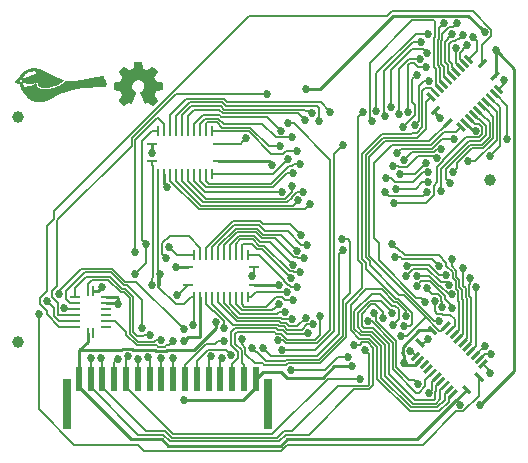
<source format=gtl>
G04 #@! TF.FileFunction,Copper,L1,Top,Signal*
%FSLAX46Y46*%
G04 Gerber Fmt 4.6, Leading zero omitted, Abs format (unit mm)*
G04 Created by KiCad (PCBNEW 4.0.1-stable) date Friday, March 04, 2016 'AMt' 01:01:00 AM*
%MOMM*%
G01*
G04 APERTURE LIST*
%ADD10C,0.100000*%
%ADD11C,0.010000*%
%ADD12C,1.000000*%
%ADD13R,0.600000X2.000000*%
%ADD14R,0.700000X4.200000*%
%ADD15R,0.240000X0.900000*%
%ADD16R,0.900000X0.240000*%
%ADD17R,0.900000X0.290000*%
%ADD18R,0.290000X0.900000*%
%ADD19C,0.685800*%
%ADD20C,0.685801*%
%ADD21C,0.254000*%
%ADD22C,0.152400*%
G04 APERTURE END LIST*
D10*
D11*
G36*
X133209423Y-95305069D02*
X133241094Y-95305572D01*
X133268725Y-95306621D01*
X133293824Y-95308340D01*
X133317893Y-95310851D01*
X133342439Y-95314276D01*
X133368967Y-95318740D01*
X133390931Y-95322815D01*
X133449786Y-95335578D01*
X133510883Y-95351645D01*
X133571336Y-95370182D01*
X133628260Y-95390354D01*
X133639639Y-95394777D01*
X133682817Y-95411970D01*
X133725192Y-95429108D01*
X133767150Y-95446370D01*
X133809080Y-95463937D01*
X133851369Y-95481989D01*
X133894404Y-95500707D01*
X133938573Y-95520271D01*
X133984265Y-95540862D01*
X134031866Y-95562659D01*
X134081764Y-95585844D01*
X134134347Y-95610597D01*
X134190003Y-95637099D01*
X134249118Y-95665528D01*
X134312082Y-95696067D01*
X134379280Y-95728896D01*
X134451102Y-95764194D01*
X134527935Y-95802143D01*
X134610166Y-95842923D01*
X134698183Y-95886714D01*
X134720903Y-95898037D01*
X134799183Y-95936981D01*
X134871702Y-95972880D01*
X134938949Y-96005961D01*
X135001415Y-96036448D01*
X135059589Y-96064567D01*
X135113962Y-96090545D01*
X135165024Y-96114606D01*
X135213265Y-96136978D01*
X135259175Y-96157885D01*
X135303244Y-96177553D01*
X135345962Y-96196208D01*
X135387819Y-96214076D01*
X135429306Y-96231382D01*
X135470912Y-96248353D01*
X135513128Y-96265213D01*
X135546403Y-96278281D01*
X135569926Y-96287518D01*
X135591319Y-96296037D01*
X135609688Y-96303473D01*
X135624143Y-96309460D01*
X135633791Y-96313635D01*
X135637732Y-96315624D01*
X135637199Y-96319719D01*
X135631987Y-96327737D01*
X135622739Y-96338968D01*
X135610100Y-96352704D01*
X135594712Y-96368236D01*
X135577219Y-96384855D01*
X135564178Y-96396657D01*
X135496199Y-96452758D01*
X135421764Y-96506253D01*
X135340994Y-96557086D01*
X135254011Y-96605200D01*
X135160938Y-96650538D01*
X135061897Y-96693043D01*
X134957009Y-96732658D01*
X134846398Y-96769327D01*
X134730185Y-96802992D01*
X134643292Y-96825296D01*
X134542697Y-96848538D01*
X134447709Y-96867867D01*
X134358081Y-96883303D01*
X134273561Y-96894868D01*
X134193901Y-96902580D01*
X134118851Y-96906462D01*
X134048163Y-96906535D01*
X133981587Y-96902818D01*
X133918874Y-96895332D01*
X133881082Y-96888660D01*
X133820450Y-96873748D01*
X133765094Y-96854367D01*
X133715086Y-96830590D01*
X133670499Y-96802491D01*
X133631404Y-96770142D01*
X133597873Y-96733617D01*
X133569979Y-96692988D01*
X133547795Y-96648329D01*
X133531392Y-96599713D01*
X133520842Y-96547214D01*
X133517903Y-96520940D01*
X133517085Y-96509833D01*
X133516149Y-96501698D01*
X133514111Y-96495994D01*
X133509991Y-96492178D01*
X133502806Y-96489710D01*
X133491575Y-96488046D01*
X133475315Y-96486646D01*
X133453045Y-96484967D01*
X133452667Y-96484937D01*
X133425115Y-96482710D01*
X133403944Y-96480816D01*
X133388491Y-96479166D01*
X133378094Y-96477673D01*
X133372090Y-96476249D01*
X133369817Y-96474807D01*
X133369918Y-96473974D01*
X133367973Y-96472665D01*
X133361139Y-96472440D01*
X133351468Y-96473114D01*
X133341010Y-96474497D01*
X133331817Y-96476403D01*
X133327431Y-96477859D01*
X133321923Y-96479376D01*
X133310616Y-96481836D01*
X133294669Y-96485008D01*
X133275241Y-96488665D01*
X133253489Y-96492578D01*
X133248056Y-96493529D01*
X133166570Y-96507036D01*
X133089154Y-96518409D01*
X133013266Y-96527987D01*
X132936367Y-96536109D01*
X132912917Y-96538294D01*
X132890487Y-96539888D01*
X132863281Y-96541121D01*
X132832652Y-96541993D01*
X132799951Y-96542504D01*
X132766529Y-96542652D01*
X132733738Y-96542438D01*
X132702930Y-96541861D01*
X132675455Y-96540920D01*
X132652666Y-96539615D01*
X132639514Y-96538402D01*
X132566686Y-96528747D01*
X132495829Y-96516860D01*
X132425068Y-96502349D01*
X132352527Y-96484822D01*
X132276331Y-96463890D01*
X132260857Y-96459368D01*
X132238243Y-96452575D01*
X132221577Y-96447222D01*
X132209982Y-96442959D01*
X132202578Y-96439438D01*
X132198490Y-96436309D01*
X132197057Y-96433968D01*
X132196091Y-96428855D01*
X132194509Y-96417561D01*
X132192410Y-96400925D01*
X132189895Y-96379783D01*
X132187063Y-96354975D01*
X132184013Y-96327338D01*
X132180918Y-96298392D01*
X132177321Y-96264399D01*
X132174435Y-96236757D01*
X132172312Y-96214791D01*
X132171001Y-96197830D01*
X132170553Y-96185198D01*
X132171018Y-96176223D01*
X132172447Y-96170230D01*
X132174890Y-96166547D01*
X132178397Y-96164499D01*
X132183018Y-96163413D01*
X132188805Y-96162615D01*
X132191091Y-96162283D01*
X132202337Y-96160254D01*
X132219389Y-96156797D01*
X132241193Y-96152151D01*
X132266700Y-96146555D01*
X132294858Y-96140249D01*
X132324615Y-96133471D01*
X132354921Y-96126461D01*
X132384725Y-96119457D01*
X132412975Y-96112700D01*
X132438620Y-96106427D01*
X132457833Y-96101593D01*
X132560462Y-96074234D01*
X132656453Y-96046397D01*
X132746213Y-96017945D01*
X132830153Y-95988742D01*
X132908680Y-95958650D01*
X132982203Y-95927534D01*
X132994056Y-95922213D01*
X133064730Y-95887760D01*
X133136700Y-95848022D01*
X133208246Y-95804092D01*
X133277648Y-95757066D01*
X133343190Y-95708037D01*
X133387403Y-95671786D01*
X133405065Y-95656423D01*
X133423398Y-95640012D01*
X133441684Y-95623244D01*
X133459206Y-95606810D01*
X133475249Y-95591401D01*
X133489095Y-95577709D01*
X133500027Y-95566424D01*
X133507329Y-95558238D01*
X133510283Y-95553841D01*
X133510219Y-95553368D01*
X133504114Y-95550119D01*
X133492137Y-95545797D01*
X133475347Y-95540663D01*
X133454801Y-95534980D01*
X133431556Y-95529011D01*
X133406670Y-95523019D01*
X133381199Y-95517265D01*
X133356201Y-95512013D01*
X133332732Y-95507526D01*
X133311852Y-95504065D01*
X133311556Y-95504021D01*
X133256513Y-95497477D01*
X133202179Y-95494423D01*
X133147039Y-95494893D01*
X133089581Y-95498923D01*
X133028289Y-95506548D01*
X132998461Y-95511261D01*
X132905204Y-95529850D01*
X132815771Y-95553707D01*
X132730377Y-95582725D01*
X132649234Y-95616797D01*
X132572557Y-95655818D01*
X132500558Y-95699681D01*
X132433451Y-95748280D01*
X132371449Y-95801509D01*
X132327949Y-95844915D01*
X132285574Y-95893556D01*
X132247536Y-95944333D01*
X132214493Y-95996230D01*
X132187105Y-96048230D01*
X132169656Y-96089355D01*
X132164680Y-96101769D01*
X132160056Y-96111937D01*
X132156789Y-96117652D01*
X132153532Y-96120958D01*
X132145631Y-96128670D01*
X132133561Y-96140334D01*
X132117793Y-96155496D01*
X132098801Y-96173704D01*
X132077057Y-96194504D01*
X132053034Y-96217442D01*
X132027205Y-96242065D01*
X132008042Y-96260309D01*
X131981341Y-96285737D01*
X131956208Y-96309712D01*
X131933104Y-96331794D01*
X131912486Y-96351540D01*
X131894813Y-96368513D01*
X131880545Y-96382270D01*
X131870139Y-96392371D01*
X131864055Y-96398376D01*
X131862607Y-96399922D01*
X131865572Y-96401699D01*
X131874384Y-96406052D01*
X131888436Y-96412701D01*
X131907123Y-96421368D01*
X131929836Y-96431773D01*
X131955972Y-96443637D01*
X131984923Y-96456683D01*
X132016083Y-96470630D01*
X132023468Y-96473923D01*
X132185126Y-96545942D01*
X132201981Y-96606214D01*
X132210094Y-96634199D01*
X132219941Y-96666534D01*
X132230916Y-96701347D01*
X132242411Y-96736762D01*
X132253817Y-96770907D01*
X132264527Y-96801907D01*
X132273511Y-96826757D01*
X132278959Y-96840443D01*
X132283479Y-96848917D01*
X132288136Y-96853733D01*
X132293830Y-96856392D01*
X132301132Y-96857558D01*
X132314453Y-96858496D01*
X132332760Y-96859209D01*
X132355020Y-96859697D01*
X132380201Y-96859965D01*
X132407269Y-96860013D01*
X132435192Y-96859845D01*
X132462937Y-96859461D01*
X132489472Y-96858866D01*
X132513763Y-96858060D01*
X132534777Y-96857046D01*
X132551319Y-96855841D01*
X132714261Y-96838212D01*
X132814139Y-96824838D01*
X132856859Y-96818400D01*
X132893678Y-96812100D01*
X132925734Y-96805624D01*
X132954167Y-96798661D01*
X132980116Y-96790899D01*
X133004721Y-96782025D01*
X133029122Y-96771727D01*
X133054457Y-96759694D01*
X133057556Y-96758147D01*
X133113115Y-96726813D01*
X133167664Y-96689211D01*
X133220233Y-96646128D01*
X133269852Y-96598353D01*
X133310314Y-96553042D01*
X133328347Y-96531319D01*
X133330748Y-96556569D01*
X133337775Y-96603991D01*
X133349681Y-96653168D01*
X133365802Y-96702224D01*
X133385477Y-96749282D01*
X133408042Y-96792463D01*
X133421719Y-96814289D01*
X133459340Y-96864006D01*
X133502141Y-96909003D01*
X133550037Y-96949251D01*
X133602937Y-96984723D01*
X133660757Y-97015389D01*
X133723406Y-97041223D01*
X133790799Y-97062197D01*
X133862848Y-97078282D01*
X133939465Y-97089451D01*
X134020562Y-97095676D01*
X134106053Y-97096929D01*
X134195848Y-97093182D01*
X134274639Y-97086139D01*
X134347782Y-97076822D01*
X134425875Y-97064509D01*
X134507621Y-97049481D01*
X134591724Y-97032024D01*
X134676887Y-97012418D01*
X134761813Y-96990949D01*
X134845205Y-96967899D01*
X134921986Y-96944745D01*
X135019460Y-96912112D01*
X135113786Y-96876670D01*
X135204613Y-96838629D01*
X135291592Y-96798203D01*
X135374372Y-96755600D01*
X135452604Y-96711034D01*
X135525937Y-96664714D01*
X135594021Y-96616853D01*
X135656506Y-96567661D01*
X135713041Y-96517350D01*
X135763278Y-96466131D01*
X135806865Y-96414215D01*
X135811516Y-96408103D01*
X135821132Y-96395676D01*
X135827892Y-96388104D01*
X135832929Y-96384422D01*
X135837377Y-96383664D01*
X135839726Y-96384079D01*
X135859163Y-96388388D01*
X135884240Y-96393070D01*
X135913568Y-96397922D01*
X135945757Y-96402737D01*
X135979415Y-96407313D01*
X136013152Y-96411443D01*
X136045578Y-96414923D01*
X136056167Y-96415932D01*
X136087905Y-96418462D01*
X136119888Y-96420184D01*
X136152791Y-96421067D01*
X136187290Y-96421080D01*
X136224060Y-96420194D01*
X136263775Y-96418377D01*
X136307113Y-96415599D01*
X136354746Y-96411829D01*
X136407352Y-96407037D01*
X136465605Y-96401192D01*
X136527125Y-96394600D01*
X136616165Y-96384237D01*
X136711639Y-96372018D01*
X136813193Y-96358007D01*
X136920469Y-96342269D01*
X137033115Y-96324868D01*
X137150774Y-96305867D01*
X137273091Y-96285332D01*
X137399712Y-96263326D01*
X137530280Y-96239914D01*
X137664441Y-96215160D01*
X137801840Y-96189128D01*
X137942121Y-96161882D01*
X138084930Y-96133486D01*
X138229911Y-96104006D01*
X138376709Y-96073505D01*
X138524969Y-96042046D01*
X138674335Y-96009696D01*
X138761972Y-95990408D01*
X138806466Y-95980554D01*
X138844684Y-95972267D01*
X138877258Y-95965680D01*
X138904823Y-95960928D01*
X138928011Y-95958146D01*
X138947455Y-95957468D01*
X138963788Y-95959028D01*
X138977642Y-95962962D01*
X138989652Y-95969404D01*
X139000449Y-95978488D01*
X139010667Y-95990348D01*
X139020938Y-96005120D01*
X139031896Y-96022938D01*
X139044174Y-96043936D01*
X139048453Y-96051295D01*
X139085722Y-96117072D01*
X139120654Y-96182322D01*
X139152855Y-96246214D01*
X139181929Y-96307915D01*
X139207481Y-96366594D01*
X139229117Y-96421419D01*
X139242982Y-96460859D01*
X139258442Y-96513272D01*
X139269158Y-96562184D01*
X139275158Y-96607367D01*
X139276469Y-96648594D01*
X139273119Y-96685635D01*
X139265134Y-96718262D01*
X139252543Y-96746247D01*
X139235372Y-96769362D01*
X139213649Y-96787378D01*
X139203124Y-96793395D01*
X139192991Y-96798154D01*
X139181941Y-96802524D01*
X139169615Y-96806533D01*
X139155657Y-96810209D01*
X139139709Y-96813581D01*
X139121413Y-96816677D01*
X139100414Y-96819524D01*
X139076352Y-96822152D01*
X139048872Y-96824587D01*
X139017615Y-96826859D01*
X138982225Y-96828995D01*
X138942343Y-96831023D01*
X138897613Y-96832973D01*
X138847677Y-96834871D01*
X138792178Y-96836746D01*
X138730759Y-96838626D01*
X138663062Y-96840540D01*
X138588731Y-96842515D01*
X138575000Y-96842869D01*
X138452923Y-96846207D01*
X138337344Y-96849786D01*
X138227707Y-96853639D01*
X138123456Y-96857794D01*
X138024037Y-96862284D01*
X137928895Y-96867138D01*
X137837474Y-96872388D01*
X137749219Y-96878064D01*
X137663574Y-96884196D01*
X137579985Y-96890816D01*
X137497897Y-96897954D01*
X137416754Y-96905640D01*
X137389667Y-96908345D01*
X137260967Y-96922177D01*
X137136502Y-96937273D01*
X137015523Y-96953805D01*
X136897281Y-96971941D01*
X136781028Y-96991851D01*
X136666016Y-97013705D01*
X136551496Y-97037671D01*
X136436721Y-97063920D01*
X136320941Y-97092620D01*
X136203408Y-97123942D01*
X136083373Y-97158054D01*
X135960090Y-97195127D01*
X135832808Y-97235329D01*
X135700780Y-97278830D01*
X135595792Y-97314551D01*
X135545932Y-97332059D01*
X135498400Y-97349485D01*
X135452527Y-97367150D01*
X135407643Y-97385374D01*
X135363080Y-97404476D01*
X135318167Y-97424779D01*
X135272235Y-97446601D01*
X135224615Y-97470263D01*
X135174637Y-97496085D01*
X135121633Y-97524388D01*
X135064932Y-97555492D01*
X135003865Y-97589717D01*
X134937763Y-97627384D01*
X134916694Y-97639493D01*
X134858073Y-97673223D01*
X134805102Y-97703651D01*
X134757334Y-97731025D01*
X134714321Y-97755591D01*
X134675616Y-97777596D01*
X134640771Y-97797287D01*
X134609338Y-97814910D01*
X134580870Y-97830714D01*
X134554919Y-97844944D01*
X134531037Y-97857848D01*
X134508777Y-97869672D01*
X134487692Y-97880664D01*
X134467332Y-97891070D01*
X134447252Y-97901138D01*
X134427003Y-97911113D01*
X134406138Y-97921244D01*
X134404306Y-97922128D01*
X134336867Y-97953565D01*
X134273250Y-97980819D01*
X134212082Y-98004282D01*
X134151992Y-98024345D01*
X134091609Y-98041402D01*
X134029560Y-98055844D01*
X133964474Y-98068064D01*
X133894978Y-98078454D01*
X133830139Y-98086279D01*
X133789152Y-98090039D01*
X133743206Y-98092999D01*
X133694358Y-98095105D01*
X133644663Y-98096301D01*
X133596179Y-98096532D01*
X133550962Y-98095744D01*
X133521458Y-98094508D01*
X133441912Y-98087865D01*
X133361456Y-98076743D01*
X133281278Y-98061443D01*
X133202567Y-98042263D01*
X133126511Y-98019501D01*
X133054298Y-97993456D01*
X132987116Y-97964427D01*
X132969008Y-97955625D01*
X132888028Y-97911372D01*
X132808806Y-97860408D01*
X132731482Y-97802893D01*
X132656195Y-97738983D01*
X132583086Y-97668836D01*
X132512295Y-97592610D01*
X132443960Y-97510463D01*
X132378223Y-97422552D01*
X132315222Y-97329036D01*
X132255097Y-97230070D01*
X132197989Y-97125814D01*
X132152897Y-97035201D01*
X132134559Y-96995287D01*
X132116937Y-96953922D01*
X132099526Y-96909814D01*
X132081819Y-96861672D01*
X132063310Y-96808204D01*
X132058965Y-96795250D01*
X132051296Y-96771804D01*
X132043193Y-96746214D01*
X132035008Y-96719673D01*
X132027093Y-96693373D01*
X132019801Y-96668508D01*
X132013485Y-96646269D01*
X132008496Y-96627848D01*
X132005187Y-96614440D01*
X132004378Y-96610558D01*
X132002209Y-96598996D01*
X131797595Y-96516428D01*
X131761615Y-96501883D01*
X131727607Y-96488085D01*
X131696132Y-96475266D01*
X131667748Y-96463654D01*
X131643014Y-96453480D01*
X131622490Y-96444974D01*
X131606734Y-96438367D01*
X131596307Y-96433889D01*
X131591768Y-96431769D01*
X131591619Y-96431656D01*
X131593960Y-96429006D01*
X131601162Y-96422050D01*
X131612812Y-96411163D01*
X131628495Y-96396724D01*
X131647797Y-96379108D01*
X131670304Y-96358694D01*
X131695601Y-96335859D01*
X131723274Y-96310979D01*
X131752909Y-96284432D01*
X131778286Y-96261769D01*
X131814302Y-96229640D01*
X131845416Y-96201846D01*
X131871998Y-96178033D01*
X131894415Y-96157848D01*
X131913038Y-96140935D01*
X131928235Y-96126942D01*
X131940376Y-96115513D01*
X131949830Y-96106294D01*
X131956965Y-96098931D01*
X131962152Y-96093071D01*
X131965759Y-96088358D01*
X131968156Y-96084439D01*
X131969712Y-96080959D01*
X131970795Y-96077565D01*
X131970979Y-96076897D01*
X131977388Y-96056348D01*
X131986490Y-96031398D01*
X131997560Y-96003816D01*
X132009874Y-95975375D01*
X132022705Y-95947843D01*
X132029300Y-95934554D01*
X132061749Y-95876345D01*
X132098977Y-95820220D01*
X132141666Y-95765249D01*
X132190499Y-95710502D01*
X132203642Y-95696849D01*
X132259151Y-95643310D01*
X132316431Y-95594827D01*
X132376685Y-95550531D01*
X132441117Y-95509557D01*
X132510931Y-95471037D01*
X132531917Y-95460420D01*
X132599971Y-95428548D01*
X132667985Y-95400713D01*
X132737187Y-95376541D01*
X132808807Y-95355659D01*
X132884072Y-95337692D01*
X132964212Y-95322268D01*
X133010680Y-95314752D01*
X133030516Y-95311832D01*
X133047844Y-95309566D01*
X133064061Y-95307870D01*
X133080562Y-95306659D01*
X133098742Y-95305848D01*
X133119998Y-95305355D01*
X133145724Y-95305094D01*
X133172208Y-95304991D01*
X133209423Y-95305069D01*
X133209423Y-95305069D01*
G37*
X133209423Y-95305069D02*
X133241094Y-95305572D01*
X133268725Y-95306621D01*
X133293824Y-95308340D01*
X133317893Y-95310851D01*
X133342439Y-95314276D01*
X133368967Y-95318740D01*
X133390931Y-95322815D01*
X133449786Y-95335578D01*
X133510883Y-95351645D01*
X133571336Y-95370182D01*
X133628260Y-95390354D01*
X133639639Y-95394777D01*
X133682817Y-95411970D01*
X133725192Y-95429108D01*
X133767150Y-95446370D01*
X133809080Y-95463937D01*
X133851369Y-95481989D01*
X133894404Y-95500707D01*
X133938573Y-95520271D01*
X133984265Y-95540862D01*
X134031866Y-95562659D01*
X134081764Y-95585844D01*
X134134347Y-95610597D01*
X134190003Y-95637099D01*
X134249118Y-95665528D01*
X134312082Y-95696067D01*
X134379280Y-95728896D01*
X134451102Y-95764194D01*
X134527935Y-95802143D01*
X134610166Y-95842923D01*
X134698183Y-95886714D01*
X134720903Y-95898037D01*
X134799183Y-95936981D01*
X134871702Y-95972880D01*
X134938949Y-96005961D01*
X135001415Y-96036448D01*
X135059589Y-96064567D01*
X135113962Y-96090545D01*
X135165024Y-96114606D01*
X135213265Y-96136978D01*
X135259175Y-96157885D01*
X135303244Y-96177553D01*
X135345962Y-96196208D01*
X135387819Y-96214076D01*
X135429306Y-96231382D01*
X135470912Y-96248353D01*
X135513128Y-96265213D01*
X135546403Y-96278281D01*
X135569926Y-96287518D01*
X135591319Y-96296037D01*
X135609688Y-96303473D01*
X135624143Y-96309460D01*
X135633791Y-96313635D01*
X135637732Y-96315624D01*
X135637199Y-96319719D01*
X135631987Y-96327737D01*
X135622739Y-96338968D01*
X135610100Y-96352704D01*
X135594712Y-96368236D01*
X135577219Y-96384855D01*
X135564178Y-96396657D01*
X135496199Y-96452758D01*
X135421764Y-96506253D01*
X135340994Y-96557086D01*
X135254011Y-96605200D01*
X135160938Y-96650538D01*
X135061897Y-96693043D01*
X134957009Y-96732658D01*
X134846398Y-96769327D01*
X134730185Y-96802992D01*
X134643292Y-96825296D01*
X134542697Y-96848538D01*
X134447709Y-96867867D01*
X134358081Y-96883303D01*
X134273561Y-96894868D01*
X134193901Y-96902580D01*
X134118851Y-96906462D01*
X134048163Y-96906535D01*
X133981587Y-96902818D01*
X133918874Y-96895332D01*
X133881082Y-96888660D01*
X133820450Y-96873748D01*
X133765094Y-96854367D01*
X133715086Y-96830590D01*
X133670499Y-96802491D01*
X133631404Y-96770142D01*
X133597873Y-96733617D01*
X133569979Y-96692988D01*
X133547795Y-96648329D01*
X133531392Y-96599713D01*
X133520842Y-96547214D01*
X133517903Y-96520940D01*
X133517085Y-96509833D01*
X133516149Y-96501698D01*
X133514111Y-96495994D01*
X133509991Y-96492178D01*
X133502806Y-96489710D01*
X133491575Y-96488046D01*
X133475315Y-96486646D01*
X133453045Y-96484967D01*
X133452667Y-96484937D01*
X133425115Y-96482710D01*
X133403944Y-96480816D01*
X133388491Y-96479166D01*
X133378094Y-96477673D01*
X133372090Y-96476249D01*
X133369817Y-96474807D01*
X133369918Y-96473974D01*
X133367973Y-96472665D01*
X133361139Y-96472440D01*
X133351468Y-96473114D01*
X133341010Y-96474497D01*
X133331817Y-96476403D01*
X133327431Y-96477859D01*
X133321923Y-96479376D01*
X133310616Y-96481836D01*
X133294669Y-96485008D01*
X133275241Y-96488665D01*
X133253489Y-96492578D01*
X133248056Y-96493529D01*
X133166570Y-96507036D01*
X133089154Y-96518409D01*
X133013266Y-96527987D01*
X132936367Y-96536109D01*
X132912917Y-96538294D01*
X132890487Y-96539888D01*
X132863281Y-96541121D01*
X132832652Y-96541993D01*
X132799951Y-96542504D01*
X132766529Y-96542652D01*
X132733738Y-96542438D01*
X132702930Y-96541861D01*
X132675455Y-96540920D01*
X132652666Y-96539615D01*
X132639514Y-96538402D01*
X132566686Y-96528747D01*
X132495829Y-96516860D01*
X132425068Y-96502349D01*
X132352527Y-96484822D01*
X132276331Y-96463890D01*
X132260857Y-96459368D01*
X132238243Y-96452575D01*
X132221577Y-96447222D01*
X132209982Y-96442959D01*
X132202578Y-96439438D01*
X132198490Y-96436309D01*
X132197057Y-96433968D01*
X132196091Y-96428855D01*
X132194509Y-96417561D01*
X132192410Y-96400925D01*
X132189895Y-96379783D01*
X132187063Y-96354975D01*
X132184013Y-96327338D01*
X132180918Y-96298392D01*
X132177321Y-96264399D01*
X132174435Y-96236757D01*
X132172312Y-96214791D01*
X132171001Y-96197830D01*
X132170553Y-96185198D01*
X132171018Y-96176223D01*
X132172447Y-96170230D01*
X132174890Y-96166547D01*
X132178397Y-96164499D01*
X132183018Y-96163413D01*
X132188805Y-96162615D01*
X132191091Y-96162283D01*
X132202337Y-96160254D01*
X132219389Y-96156797D01*
X132241193Y-96152151D01*
X132266700Y-96146555D01*
X132294858Y-96140249D01*
X132324615Y-96133471D01*
X132354921Y-96126461D01*
X132384725Y-96119457D01*
X132412975Y-96112700D01*
X132438620Y-96106427D01*
X132457833Y-96101593D01*
X132560462Y-96074234D01*
X132656453Y-96046397D01*
X132746213Y-96017945D01*
X132830153Y-95988742D01*
X132908680Y-95958650D01*
X132982203Y-95927534D01*
X132994056Y-95922213D01*
X133064730Y-95887760D01*
X133136700Y-95848022D01*
X133208246Y-95804092D01*
X133277648Y-95757066D01*
X133343190Y-95708037D01*
X133387403Y-95671786D01*
X133405065Y-95656423D01*
X133423398Y-95640012D01*
X133441684Y-95623244D01*
X133459206Y-95606810D01*
X133475249Y-95591401D01*
X133489095Y-95577709D01*
X133500027Y-95566424D01*
X133507329Y-95558238D01*
X133510283Y-95553841D01*
X133510219Y-95553368D01*
X133504114Y-95550119D01*
X133492137Y-95545797D01*
X133475347Y-95540663D01*
X133454801Y-95534980D01*
X133431556Y-95529011D01*
X133406670Y-95523019D01*
X133381199Y-95517265D01*
X133356201Y-95512013D01*
X133332732Y-95507526D01*
X133311852Y-95504065D01*
X133311556Y-95504021D01*
X133256513Y-95497477D01*
X133202179Y-95494423D01*
X133147039Y-95494893D01*
X133089581Y-95498923D01*
X133028289Y-95506548D01*
X132998461Y-95511261D01*
X132905204Y-95529850D01*
X132815771Y-95553707D01*
X132730377Y-95582725D01*
X132649234Y-95616797D01*
X132572557Y-95655818D01*
X132500558Y-95699681D01*
X132433451Y-95748280D01*
X132371449Y-95801509D01*
X132327949Y-95844915D01*
X132285574Y-95893556D01*
X132247536Y-95944333D01*
X132214493Y-95996230D01*
X132187105Y-96048230D01*
X132169656Y-96089355D01*
X132164680Y-96101769D01*
X132160056Y-96111937D01*
X132156789Y-96117652D01*
X132153532Y-96120958D01*
X132145631Y-96128670D01*
X132133561Y-96140334D01*
X132117793Y-96155496D01*
X132098801Y-96173704D01*
X132077057Y-96194504D01*
X132053034Y-96217442D01*
X132027205Y-96242065D01*
X132008042Y-96260309D01*
X131981341Y-96285737D01*
X131956208Y-96309712D01*
X131933104Y-96331794D01*
X131912486Y-96351540D01*
X131894813Y-96368513D01*
X131880545Y-96382270D01*
X131870139Y-96392371D01*
X131864055Y-96398376D01*
X131862607Y-96399922D01*
X131865572Y-96401699D01*
X131874384Y-96406052D01*
X131888436Y-96412701D01*
X131907123Y-96421368D01*
X131929836Y-96431773D01*
X131955972Y-96443637D01*
X131984923Y-96456683D01*
X132016083Y-96470630D01*
X132023468Y-96473923D01*
X132185126Y-96545942D01*
X132201981Y-96606214D01*
X132210094Y-96634199D01*
X132219941Y-96666534D01*
X132230916Y-96701347D01*
X132242411Y-96736762D01*
X132253817Y-96770907D01*
X132264527Y-96801907D01*
X132273511Y-96826757D01*
X132278959Y-96840443D01*
X132283479Y-96848917D01*
X132288136Y-96853733D01*
X132293830Y-96856392D01*
X132301132Y-96857558D01*
X132314453Y-96858496D01*
X132332760Y-96859209D01*
X132355020Y-96859697D01*
X132380201Y-96859965D01*
X132407269Y-96860013D01*
X132435192Y-96859845D01*
X132462937Y-96859461D01*
X132489472Y-96858866D01*
X132513763Y-96858060D01*
X132534777Y-96857046D01*
X132551319Y-96855841D01*
X132714261Y-96838212D01*
X132814139Y-96824838D01*
X132856859Y-96818400D01*
X132893678Y-96812100D01*
X132925734Y-96805624D01*
X132954167Y-96798661D01*
X132980116Y-96790899D01*
X133004721Y-96782025D01*
X133029122Y-96771727D01*
X133054457Y-96759694D01*
X133057556Y-96758147D01*
X133113115Y-96726813D01*
X133167664Y-96689211D01*
X133220233Y-96646128D01*
X133269852Y-96598353D01*
X133310314Y-96553042D01*
X133328347Y-96531319D01*
X133330748Y-96556569D01*
X133337775Y-96603991D01*
X133349681Y-96653168D01*
X133365802Y-96702224D01*
X133385477Y-96749282D01*
X133408042Y-96792463D01*
X133421719Y-96814289D01*
X133459340Y-96864006D01*
X133502141Y-96909003D01*
X133550037Y-96949251D01*
X133602937Y-96984723D01*
X133660757Y-97015389D01*
X133723406Y-97041223D01*
X133790799Y-97062197D01*
X133862848Y-97078282D01*
X133939465Y-97089451D01*
X134020562Y-97095676D01*
X134106053Y-97096929D01*
X134195848Y-97093182D01*
X134274639Y-97086139D01*
X134347782Y-97076822D01*
X134425875Y-97064509D01*
X134507621Y-97049481D01*
X134591724Y-97032024D01*
X134676887Y-97012418D01*
X134761813Y-96990949D01*
X134845205Y-96967899D01*
X134921986Y-96944745D01*
X135019460Y-96912112D01*
X135113786Y-96876670D01*
X135204613Y-96838629D01*
X135291592Y-96798203D01*
X135374372Y-96755600D01*
X135452604Y-96711034D01*
X135525937Y-96664714D01*
X135594021Y-96616853D01*
X135656506Y-96567661D01*
X135713041Y-96517350D01*
X135763278Y-96466131D01*
X135806865Y-96414215D01*
X135811516Y-96408103D01*
X135821132Y-96395676D01*
X135827892Y-96388104D01*
X135832929Y-96384422D01*
X135837377Y-96383664D01*
X135839726Y-96384079D01*
X135859163Y-96388388D01*
X135884240Y-96393070D01*
X135913568Y-96397922D01*
X135945757Y-96402737D01*
X135979415Y-96407313D01*
X136013152Y-96411443D01*
X136045578Y-96414923D01*
X136056167Y-96415932D01*
X136087905Y-96418462D01*
X136119888Y-96420184D01*
X136152791Y-96421067D01*
X136187290Y-96421080D01*
X136224060Y-96420194D01*
X136263775Y-96418377D01*
X136307113Y-96415599D01*
X136354746Y-96411829D01*
X136407352Y-96407037D01*
X136465605Y-96401192D01*
X136527125Y-96394600D01*
X136616165Y-96384237D01*
X136711639Y-96372018D01*
X136813193Y-96358007D01*
X136920469Y-96342269D01*
X137033115Y-96324868D01*
X137150774Y-96305867D01*
X137273091Y-96285332D01*
X137399712Y-96263326D01*
X137530280Y-96239914D01*
X137664441Y-96215160D01*
X137801840Y-96189128D01*
X137942121Y-96161882D01*
X138084930Y-96133486D01*
X138229911Y-96104006D01*
X138376709Y-96073505D01*
X138524969Y-96042046D01*
X138674335Y-96009696D01*
X138761972Y-95990408D01*
X138806466Y-95980554D01*
X138844684Y-95972267D01*
X138877258Y-95965680D01*
X138904823Y-95960928D01*
X138928011Y-95958146D01*
X138947455Y-95957468D01*
X138963788Y-95959028D01*
X138977642Y-95962962D01*
X138989652Y-95969404D01*
X139000449Y-95978488D01*
X139010667Y-95990348D01*
X139020938Y-96005120D01*
X139031896Y-96022938D01*
X139044174Y-96043936D01*
X139048453Y-96051295D01*
X139085722Y-96117072D01*
X139120654Y-96182322D01*
X139152855Y-96246214D01*
X139181929Y-96307915D01*
X139207481Y-96366594D01*
X139229117Y-96421419D01*
X139242982Y-96460859D01*
X139258442Y-96513272D01*
X139269158Y-96562184D01*
X139275158Y-96607367D01*
X139276469Y-96648594D01*
X139273119Y-96685635D01*
X139265134Y-96718262D01*
X139252543Y-96746247D01*
X139235372Y-96769362D01*
X139213649Y-96787378D01*
X139203124Y-96793395D01*
X139192991Y-96798154D01*
X139181941Y-96802524D01*
X139169615Y-96806533D01*
X139155657Y-96810209D01*
X139139709Y-96813581D01*
X139121413Y-96816677D01*
X139100414Y-96819524D01*
X139076352Y-96822152D01*
X139048872Y-96824587D01*
X139017615Y-96826859D01*
X138982225Y-96828995D01*
X138942343Y-96831023D01*
X138897613Y-96832973D01*
X138847677Y-96834871D01*
X138792178Y-96836746D01*
X138730759Y-96838626D01*
X138663062Y-96840540D01*
X138588731Y-96842515D01*
X138575000Y-96842869D01*
X138452923Y-96846207D01*
X138337344Y-96849786D01*
X138227707Y-96853639D01*
X138123456Y-96857794D01*
X138024037Y-96862284D01*
X137928895Y-96867138D01*
X137837474Y-96872388D01*
X137749219Y-96878064D01*
X137663574Y-96884196D01*
X137579985Y-96890816D01*
X137497897Y-96897954D01*
X137416754Y-96905640D01*
X137389667Y-96908345D01*
X137260967Y-96922177D01*
X137136502Y-96937273D01*
X137015523Y-96953805D01*
X136897281Y-96971941D01*
X136781028Y-96991851D01*
X136666016Y-97013705D01*
X136551496Y-97037671D01*
X136436721Y-97063920D01*
X136320941Y-97092620D01*
X136203408Y-97123942D01*
X136083373Y-97158054D01*
X135960090Y-97195127D01*
X135832808Y-97235329D01*
X135700780Y-97278830D01*
X135595792Y-97314551D01*
X135545932Y-97332059D01*
X135498400Y-97349485D01*
X135452527Y-97367150D01*
X135407643Y-97385374D01*
X135363080Y-97404476D01*
X135318167Y-97424779D01*
X135272235Y-97446601D01*
X135224615Y-97470263D01*
X135174637Y-97496085D01*
X135121633Y-97524388D01*
X135064932Y-97555492D01*
X135003865Y-97589717D01*
X134937763Y-97627384D01*
X134916694Y-97639493D01*
X134858073Y-97673223D01*
X134805102Y-97703651D01*
X134757334Y-97731025D01*
X134714321Y-97755591D01*
X134675616Y-97777596D01*
X134640771Y-97797287D01*
X134609338Y-97814910D01*
X134580870Y-97830714D01*
X134554919Y-97844944D01*
X134531037Y-97857848D01*
X134508777Y-97869672D01*
X134487692Y-97880664D01*
X134467332Y-97891070D01*
X134447252Y-97901138D01*
X134427003Y-97911113D01*
X134406138Y-97921244D01*
X134404306Y-97922128D01*
X134336867Y-97953565D01*
X134273250Y-97980819D01*
X134212082Y-98004282D01*
X134151992Y-98024345D01*
X134091609Y-98041402D01*
X134029560Y-98055844D01*
X133964474Y-98068064D01*
X133894978Y-98078454D01*
X133830139Y-98086279D01*
X133789152Y-98090039D01*
X133743206Y-98092999D01*
X133694358Y-98095105D01*
X133644663Y-98096301D01*
X133596179Y-98096532D01*
X133550962Y-98095744D01*
X133521458Y-98094508D01*
X133441912Y-98087865D01*
X133361456Y-98076743D01*
X133281278Y-98061443D01*
X133202567Y-98042263D01*
X133126511Y-98019501D01*
X133054298Y-97993456D01*
X132987116Y-97964427D01*
X132969008Y-97955625D01*
X132888028Y-97911372D01*
X132808806Y-97860408D01*
X132731482Y-97802893D01*
X132656195Y-97738983D01*
X132583086Y-97668836D01*
X132512295Y-97592610D01*
X132443960Y-97510463D01*
X132378223Y-97422552D01*
X132315222Y-97329036D01*
X132255097Y-97230070D01*
X132197989Y-97125814D01*
X132152897Y-97035201D01*
X132134559Y-96995287D01*
X132116937Y-96953922D01*
X132099526Y-96909814D01*
X132081819Y-96861672D01*
X132063310Y-96808204D01*
X132058965Y-96795250D01*
X132051296Y-96771804D01*
X132043193Y-96746214D01*
X132035008Y-96719673D01*
X132027093Y-96693373D01*
X132019801Y-96668508D01*
X132013485Y-96646269D01*
X132008496Y-96627848D01*
X132005187Y-96614440D01*
X132004378Y-96610558D01*
X132002209Y-96598996D01*
X131797595Y-96516428D01*
X131761615Y-96501883D01*
X131727607Y-96488085D01*
X131696132Y-96475266D01*
X131667748Y-96463654D01*
X131643014Y-96453480D01*
X131622490Y-96444974D01*
X131606734Y-96438367D01*
X131596307Y-96433889D01*
X131591768Y-96431769D01*
X131591619Y-96431656D01*
X131593960Y-96429006D01*
X131601162Y-96422050D01*
X131612812Y-96411163D01*
X131628495Y-96396724D01*
X131647797Y-96379108D01*
X131670304Y-96358694D01*
X131695601Y-96335859D01*
X131723274Y-96310979D01*
X131752909Y-96284432D01*
X131778286Y-96261769D01*
X131814302Y-96229640D01*
X131845416Y-96201846D01*
X131871998Y-96178033D01*
X131894415Y-96157848D01*
X131913038Y-96140935D01*
X131928235Y-96126942D01*
X131940376Y-96115513D01*
X131949830Y-96106294D01*
X131956965Y-96098931D01*
X131962152Y-96093071D01*
X131965759Y-96088358D01*
X131968156Y-96084439D01*
X131969712Y-96080959D01*
X131970795Y-96077565D01*
X131970979Y-96076897D01*
X131977388Y-96056348D01*
X131986490Y-96031398D01*
X131997560Y-96003816D01*
X132009874Y-95975375D01*
X132022705Y-95947843D01*
X132029300Y-95934554D01*
X132061749Y-95876345D01*
X132098977Y-95820220D01*
X132141666Y-95765249D01*
X132190499Y-95710502D01*
X132203642Y-95696849D01*
X132259151Y-95643310D01*
X132316431Y-95594827D01*
X132376685Y-95550531D01*
X132441117Y-95509557D01*
X132510931Y-95471037D01*
X132531917Y-95460420D01*
X132599971Y-95428548D01*
X132667985Y-95400713D01*
X132737187Y-95376541D01*
X132808807Y-95355659D01*
X132884072Y-95337692D01*
X132964212Y-95322268D01*
X133010680Y-95314752D01*
X133030516Y-95311832D01*
X133047844Y-95309566D01*
X133064061Y-95307870D01*
X133080562Y-95306659D01*
X133098742Y-95305848D01*
X133119998Y-95305355D01*
X133145724Y-95305094D01*
X133172208Y-95304991D01*
X133209423Y-95305069D01*
G36*
X142041912Y-94789328D02*
X142079087Y-94789340D01*
X142111821Y-94789366D01*
X142140406Y-94789411D01*
X142165137Y-94789481D01*
X142186306Y-94789581D01*
X142204208Y-94789715D01*
X142219136Y-94789889D01*
X142231384Y-94790109D01*
X142241247Y-94790379D01*
X142249017Y-94790705D01*
X142254988Y-94791092D01*
X142259454Y-94791544D01*
X142262709Y-94792067D01*
X142265046Y-94792667D01*
X142266760Y-94793349D01*
X142268032Y-94794048D01*
X142274217Y-94799369D01*
X142278517Y-94805738D01*
X142278618Y-94805984D01*
X142279468Y-94809432D01*
X142281162Y-94817481D01*
X142283633Y-94829785D01*
X142286816Y-94845999D01*
X142290644Y-94865777D01*
X142295052Y-94888772D01*
X142299972Y-94914640D01*
X142305339Y-94943034D01*
X142311087Y-94973609D01*
X142317150Y-95006019D01*
X142323461Y-95039918D01*
X142326888Y-95058396D01*
X142333321Y-95093102D01*
X142339535Y-95126614D01*
X142345466Y-95158574D01*
X142351046Y-95188625D01*
X142356209Y-95216411D01*
X142360889Y-95241572D01*
X142365018Y-95263753D01*
X142368531Y-95282596D01*
X142371362Y-95297743D01*
X142373443Y-95308837D01*
X142374708Y-95315522D01*
X142375013Y-95317096D01*
X142375885Y-95321591D01*
X142376785Y-95325572D01*
X142378016Y-95329199D01*
X142379879Y-95332631D01*
X142382678Y-95336027D01*
X142386715Y-95339546D01*
X142392292Y-95343349D01*
X142399712Y-95347593D01*
X142409277Y-95352440D01*
X142421290Y-95358046D01*
X142436054Y-95364573D01*
X142453871Y-95372180D01*
X142475043Y-95381025D01*
X142499873Y-95391268D01*
X142528663Y-95403068D01*
X142561716Y-95416586D01*
X142571628Y-95420639D01*
X142606076Y-95434740D01*
X142636188Y-95447060D01*
X142662294Y-95457692D01*
X142684727Y-95466727D01*
X142703816Y-95474258D01*
X142719894Y-95480378D01*
X142733292Y-95485177D01*
X142744341Y-95488748D01*
X142753372Y-95491184D01*
X142760717Y-95492576D01*
X142766707Y-95493017D01*
X142771673Y-95492599D01*
X142775947Y-95491413D01*
X142779860Y-95489553D01*
X142783743Y-95487110D01*
X142787927Y-95484176D01*
X142791390Y-95481759D01*
X142795895Y-95478675D01*
X142804234Y-95472960D01*
X142816094Y-95464828D01*
X142831161Y-95454496D01*
X142849123Y-95442176D01*
X142869666Y-95428085D01*
X142892477Y-95412437D01*
X142917244Y-95395447D01*
X142943652Y-95377329D01*
X142971388Y-95358299D01*
X143000140Y-95338571D01*
X143011367Y-95330867D01*
X143044967Y-95307819D01*
X143074678Y-95287457D01*
X143100756Y-95269616D01*
X143123454Y-95254130D01*
X143143028Y-95240833D01*
X143159732Y-95229561D01*
X143173819Y-95220146D01*
X143185546Y-95212424D01*
X143195166Y-95206229D01*
X143202934Y-95201394D01*
X143209104Y-95197754D01*
X143213931Y-95195144D01*
X143217669Y-95193398D01*
X143220573Y-95192350D01*
X143222897Y-95191833D01*
X143224895Y-95191684D01*
X143225110Y-95191683D01*
X143236011Y-95191683D01*
X143422758Y-95378429D01*
X143452582Y-95408256D01*
X143479048Y-95434738D01*
X143502358Y-95458086D01*
X143522712Y-95478513D01*
X143540310Y-95496229D01*
X143555352Y-95511445D01*
X143568040Y-95524372D01*
X143578573Y-95535223D01*
X143587152Y-95544207D01*
X143593977Y-95551537D01*
X143599249Y-95557423D01*
X143603168Y-95562076D01*
X143605935Y-95565708D01*
X143607749Y-95568530D01*
X143608812Y-95570754D01*
X143609323Y-95572589D01*
X143609484Y-95574249D01*
X143609495Y-95575217D01*
X143608249Y-95584021D01*
X143605215Y-95592217D01*
X143604773Y-95592985D01*
X143602686Y-95596153D01*
X143597958Y-95603162D01*
X143590798Y-95613709D01*
X143581414Y-95627491D01*
X143570012Y-95644203D01*
X143556801Y-95663542D01*
X143541987Y-95685204D01*
X143525780Y-95708884D01*
X143508385Y-95734279D01*
X143490012Y-95761086D01*
X143470866Y-95788999D01*
X143468179Y-95792916D01*
X143448759Y-95821219D01*
X143429948Y-95848639D01*
X143411966Y-95874850D01*
X143395037Y-95899529D01*
X143379383Y-95922353D01*
X143365226Y-95942997D01*
X143352787Y-95961137D01*
X143342289Y-95976450D01*
X143333954Y-95988611D01*
X143328005Y-95997297D01*
X143324663Y-96002184D01*
X143324525Y-96002386D01*
X143321271Y-96007029D01*
X143318436Y-96011113D01*
X143316117Y-96014966D01*
X143314410Y-96018916D01*
X143313412Y-96023290D01*
X143313218Y-96028418D01*
X143313927Y-96034628D01*
X143315635Y-96042247D01*
X143318437Y-96051604D01*
X143322431Y-96063027D01*
X143327713Y-96076845D01*
X143334381Y-96093385D01*
X143342529Y-96112975D01*
X143352256Y-96135945D01*
X143363657Y-96162621D01*
X143376830Y-96193333D01*
X143389234Y-96222256D01*
X143401459Y-96250761D01*
X143413181Y-96278056D01*
X143424240Y-96303768D01*
X143434475Y-96327524D01*
X143443723Y-96348952D01*
X143451825Y-96367678D01*
X143458620Y-96383330D01*
X143463945Y-96395536D01*
X143467640Y-96403921D01*
X143469544Y-96408114D01*
X143469671Y-96408370D01*
X143474634Y-96415307D01*
X143481041Y-96421298D01*
X143481084Y-96421329D01*
X143482257Y-96422180D01*
X143483418Y-96422962D01*
X143484835Y-96423728D01*
X143486774Y-96424531D01*
X143489505Y-96425425D01*
X143493294Y-96426463D01*
X143498410Y-96427699D01*
X143505119Y-96429185D01*
X143513691Y-96430974D01*
X143524392Y-96433121D01*
X143537490Y-96435678D01*
X143553253Y-96438699D01*
X143571948Y-96442236D01*
X143593845Y-96446344D01*
X143619209Y-96451075D01*
X143648308Y-96456483D01*
X143681412Y-96462621D01*
X143718786Y-96469543D01*
X143760700Y-96477300D01*
X143784287Y-96481666D01*
X143814902Y-96487339D01*
X143844300Y-96492800D01*
X143872076Y-96497972D01*
X143897820Y-96502779D01*
X143921124Y-96507143D01*
X143941580Y-96510989D01*
X143958782Y-96514240D01*
X143972319Y-96516819D01*
X143981786Y-96518650D01*
X143986773Y-96519656D01*
X143987099Y-96519729D01*
X143995862Y-96522846D01*
X144003200Y-96527326D01*
X144004703Y-96528716D01*
X144010623Y-96535018D01*
X144011262Y-96798246D01*
X144011362Y-96840381D01*
X144011443Y-96877778D01*
X144011500Y-96910730D01*
X144011528Y-96939530D01*
X144011523Y-96964469D01*
X144011481Y-96985841D01*
X144011396Y-97003938D01*
X144011265Y-97019052D01*
X144011083Y-97031475D01*
X144010845Y-97041500D01*
X144010546Y-97049419D01*
X144010183Y-97055525D01*
X144009751Y-97060110D01*
X144009245Y-97063466D01*
X144008660Y-97065886D01*
X144007993Y-97067663D01*
X144007238Y-97069088D01*
X144007056Y-97069389D01*
X144000775Y-97076182D01*
X143993843Y-97080019D01*
X143989972Y-97080937D01*
X143981590Y-97082681D01*
X143969132Y-97085167D01*
X143953035Y-97088312D01*
X143933733Y-97092032D01*
X143911662Y-97096243D01*
X143887258Y-97100861D01*
X143860957Y-97105803D01*
X143833193Y-97110984D01*
X143822010Y-97113062D01*
X143776078Y-97121585D01*
X143734833Y-97129241D01*
X143698017Y-97136081D01*
X143665370Y-97142152D01*
X143636635Y-97147503D01*
X143611553Y-97152184D01*
X143589865Y-97156244D01*
X143571313Y-97159731D01*
X143555637Y-97162695D01*
X143542580Y-97165184D01*
X143531883Y-97167248D01*
X143523287Y-97168935D01*
X143516533Y-97170294D01*
X143511364Y-97171375D01*
X143507520Y-97172226D01*
X143504743Y-97172896D01*
X143502774Y-97173435D01*
X143502077Y-97173649D01*
X143494794Y-97177446D01*
X143488208Y-97183110D01*
X143487927Y-97183437D01*
X143486055Y-97186873D01*
X143482476Y-97194645D01*
X143477329Y-97206416D01*
X143470757Y-97221844D01*
X143462901Y-97240589D01*
X143453901Y-97262313D01*
X143443899Y-97286674D01*
X143433037Y-97313333D01*
X143421454Y-97341951D01*
X143409294Y-97372186D01*
X143403193Y-97387423D01*
X143389259Y-97422282D01*
X143377081Y-97452781D01*
X143366543Y-97479233D01*
X143357533Y-97501948D01*
X143349936Y-97521239D01*
X143343639Y-97537415D01*
X143338527Y-97550787D01*
X143334487Y-97561668D01*
X143331406Y-97570367D01*
X143329168Y-97577196D01*
X143327661Y-97582467D01*
X143326770Y-97586489D01*
X143326381Y-97589575D01*
X143326382Y-97592035D01*
X143326657Y-97594180D01*
X143326961Y-97595703D01*
X143327914Y-97598459D01*
X143329976Y-97602672D01*
X143333294Y-97608563D01*
X143338016Y-97616354D01*
X143344288Y-97626268D01*
X143352257Y-97638525D01*
X143362070Y-97653349D01*
X143373875Y-97670961D01*
X143387818Y-97691583D01*
X143404045Y-97715436D01*
X143422705Y-97742743D01*
X143443943Y-97773726D01*
X143467907Y-97808606D01*
X143468620Y-97809643D01*
X143488339Y-97838371D01*
X143507248Y-97866022D01*
X143525151Y-97892303D01*
X143541851Y-97916922D01*
X143557151Y-97939585D01*
X143570857Y-97960000D01*
X143582771Y-97977874D01*
X143592698Y-97992914D01*
X143600441Y-98004828D01*
X143605804Y-98013324D01*
X143608590Y-98018107D01*
X143608951Y-98018972D01*
X143609189Y-98026912D01*
X143608379Y-98032804D01*
X143606445Y-98035722D01*
X143601277Y-98041774D01*
X143592837Y-98051002D01*
X143581086Y-98063444D01*
X143565985Y-98079142D01*
X143547494Y-98098136D01*
X143525575Y-98120466D01*
X143500189Y-98146172D01*
X143471296Y-98175294D01*
X143438858Y-98207873D01*
X143425143Y-98221619D01*
X143399929Y-98246847D01*
X143375621Y-98271107D01*
X143352468Y-98294157D01*
X143330714Y-98315753D01*
X143310608Y-98335654D01*
X143292395Y-98353615D01*
X143276321Y-98369396D01*
X143262634Y-98382752D01*
X143251579Y-98393442D01*
X143243404Y-98401223D01*
X143238354Y-98405851D01*
X143236803Y-98407089D01*
X143226833Y-98410352D01*
X143216612Y-98409312D01*
X143205289Y-98403848D01*
X143203010Y-98402346D01*
X143199136Y-98399695D01*
X143191436Y-98394419D01*
X143180229Y-98386737D01*
X143165836Y-98376870D01*
X143148578Y-98365037D01*
X143128776Y-98351458D01*
X143106749Y-98336352D01*
X143082818Y-98319940D01*
X143057305Y-98302442D01*
X143030529Y-98284077D01*
X143005940Y-98267211D01*
X142978417Y-98248348D01*
X142951938Y-98230232D01*
X142926816Y-98213074D01*
X142903363Y-98197087D01*
X142881892Y-98182482D01*
X142862716Y-98169473D01*
X142846147Y-98158271D01*
X142832498Y-98149088D01*
X142822082Y-98142136D01*
X142815212Y-98137629D01*
X142812297Y-98135825D01*
X142800483Y-98132294D01*
X142794107Y-98132398D01*
X142789402Y-98133917D01*
X142780635Y-98137726D01*
X142768135Y-98143662D01*
X142752231Y-98151562D01*
X142733253Y-98161264D01*
X142711529Y-98172606D01*
X142694559Y-98181596D01*
X142670834Y-98194199D01*
X142651102Y-98204565D01*
X142634942Y-98212860D01*
X142621927Y-98219252D01*
X142611636Y-98223908D01*
X142603644Y-98226995D01*
X142597526Y-98228680D01*
X142592861Y-98229131D01*
X142589223Y-98228513D01*
X142586189Y-98226994D01*
X142583889Y-98225222D01*
X142582309Y-98222374D01*
X142578885Y-98215011D01*
X142573675Y-98203274D01*
X142566737Y-98187305D01*
X142558133Y-98167245D01*
X142547920Y-98143234D01*
X142536159Y-98115413D01*
X142522908Y-98083924D01*
X142508227Y-98048906D01*
X142492175Y-98010501D01*
X142474812Y-97968850D01*
X142456196Y-97924094D01*
X142436388Y-97876374D01*
X142415446Y-97825830D01*
X142398588Y-97785080D01*
X142376707Y-97732154D01*
X142356672Y-97683674D01*
X142338403Y-97639444D01*
X142321821Y-97599263D01*
X142306845Y-97562932D01*
X142293396Y-97530253D01*
X142281395Y-97501026D01*
X142270763Y-97475052D01*
X142261419Y-97452131D01*
X142253285Y-97432066D01*
X142246280Y-97414657D01*
X142240325Y-97399704D01*
X142235342Y-97387009D01*
X142231249Y-97376373D01*
X142227968Y-97367595D01*
X142225419Y-97360478D01*
X142223522Y-97354823D01*
X142222199Y-97350429D01*
X142221369Y-97347099D01*
X142220953Y-97344632D01*
X142220871Y-97342830D01*
X142221045Y-97341494D01*
X142221199Y-97340950D01*
X142223599Y-97335298D01*
X142227242Y-97330243D01*
X142232912Y-97325085D01*
X142241395Y-97319125D01*
X142253475Y-97311663D01*
X142255257Y-97310602D01*
X142267135Y-97303219D01*
X142280052Y-97294680D01*
X142291491Y-97286656D01*
X142292980Y-97285558D01*
X142302649Y-97278368D01*
X142314572Y-97269506D01*
X142326963Y-97260299D01*
X142334475Y-97254719D01*
X142375725Y-97220988D01*
X142413516Y-97183697D01*
X142447598Y-97143121D01*
X142477724Y-97099533D01*
X142483524Y-97090024D01*
X142506301Y-97047314D01*
X142525628Y-97001638D01*
X142541173Y-96953973D01*
X142552607Y-96905300D01*
X142558232Y-96869155D01*
X142559830Y-96850627D01*
X142560694Y-96828600D01*
X142560850Y-96804549D01*
X142560321Y-96779948D01*
X142559129Y-96756271D01*
X142557300Y-96734991D01*
X142555914Y-96724045D01*
X142545747Y-96671737D01*
X142530996Y-96621214D01*
X142511839Y-96572723D01*
X142488456Y-96526508D01*
X142461024Y-96482817D01*
X142429724Y-96441897D01*
X142394732Y-96403992D01*
X142356229Y-96369350D01*
X142314393Y-96338217D01*
X142269403Y-96310840D01*
X142247977Y-96299712D01*
X142200646Y-96278956D01*
X142152462Y-96262984D01*
X142103044Y-96251707D01*
X142052010Y-96245039D01*
X142000000Y-96242891D01*
X141954843Y-96244365D01*
X141912475Y-96248928D01*
X141871562Y-96256788D01*
X141830769Y-96268152D01*
X141823960Y-96270378D01*
X141774705Y-96289370D01*
X141727852Y-96312596D01*
X141683643Y-96339815D01*
X141642319Y-96370788D01*
X141604122Y-96405275D01*
X141569295Y-96443036D01*
X141538078Y-96483832D01*
X141510714Y-96527422D01*
X141487445Y-96573567D01*
X141468512Y-96622026D01*
X141468074Y-96623329D01*
X141456907Y-96660050D01*
X141448666Y-96695126D01*
X141443102Y-96730130D01*
X141439965Y-96766637D01*
X141439004Y-96806084D01*
X141439990Y-96843824D01*
X141443057Y-96878572D01*
X141448476Y-96912030D01*
X141456521Y-96945900D01*
X141466756Y-96979742D01*
X141485700Y-97029412D01*
X141508995Y-97076635D01*
X141536490Y-97121205D01*
X141568038Y-97162917D01*
X141603490Y-97201564D01*
X141642697Y-97236943D01*
X141665524Y-97254723D01*
X141676681Y-97262991D01*
X141687963Y-97271394D01*
X141697838Y-97278788D01*
X141703247Y-97282869D01*
X141711470Y-97288763D01*
X141722332Y-97296081D01*
X141734134Y-97303693D01*
X141740970Y-97307937D01*
X141754169Y-97316145D01*
X141763686Y-97322542D01*
X141770241Y-97327755D01*
X141774550Y-97332410D01*
X141777333Y-97337134D01*
X141778805Y-97340963D01*
X141779075Y-97342144D01*
X141779131Y-97343689D01*
X141778892Y-97345799D01*
X141778280Y-97348672D01*
X141777214Y-97352506D01*
X141775615Y-97357503D01*
X141773404Y-97363860D01*
X141770501Y-97371776D01*
X141766826Y-97381451D01*
X141762300Y-97393084D01*
X141756844Y-97406874D01*
X141750377Y-97423020D01*
X141742821Y-97441722D01*
X141734096Y-97463177D01*
X141724121Y-97487586D01*
X141712819Y-97515148D01*
X141700108Y-97546061D01*
X141685911Y-97580526D01*
X141670146Y-97618740D01*
X141652735Y-97660903D01*
X141633598Y-97707214D01*
X141612655Y-97757873D01*
X141601400Y-97785093D01*
X141579840Y-97837188D01*
X141559326Y-97886673D01*
X141539918Y-97933400D01*
X141521680Y-97977222D01*
X141504674Y-98017990D01*
X141488960Y-98055558D01*
X141474603Y-98089776D01*
X141461664Y-98120499D01*
X141450205Y-98147577D01*
X141440288Y-98170864D01*
X141431976Y-98190211D01*
X141425331Y-98205471D01*
X141420415Y-98216495D01*
X141417290Y-98223138D01*
X141416094Y-98225222D01*
X141409755Y-98228499D01*
X141403425Y-98229623D01*
X141398868Y-98228370D01*
X141390014Y-98224631D01*
X141376924Y-98218434D01*
X141359655Y-98209809D01*
X141338269Y-98198785D01*
X141312823Y-98185390D01*
X141306253Y-98181898D01*
X141286434Y-98171410D01*
X141267737Y-98161640D01*
X141250684Y-98152852D01*
X141235798Y-98145310D01*
X141223603Y-98139279D01*
X141214622Y-98135022D01*
X141209377Y-98132804D01*
X141208575Y-98132569D01*
X141200146Y-98132265D01*
X141192779Y-98133666D01*
X141189584Y-98135468D01*
X141182560Y-98139915D01*
X141172019Y-98146797D01*
X141158271Y-98155905D01*
X141141630Y-98167028D01*
X141122407Y-98179958D01*
X141100914Y-98194484D01*
X141077463Y-98210396D01*
X141052365Y-98227486D01*
X141025933Y-98245542D01*
X141002155Y-98261834D01*
X140974535Y-98280782D01*
X140947794Y-98299127D01*
X140922265Y-98316639D01*
X140898281Y-98333089D01*
X140876177Y-98348249D01*
X140856285Y-98361890D01*
X140838940Y-98373784D01*
X140824475Y-98383700D01*
X140813223Y-98391411D01*
X140805520Y-98396688D01*
X140802143Y-98398997D01*
X140790080Y-98406348D01*
X140780284Y-98410042D01*
X140771756Y-98410249D01*
X140763499Y-98407140D01*
X140761435Y-98405912D01*
X140758636Y-98403496D01*
X140752539Y-98397759D01*
X140743394Y-98388946D01*
X140731448Y-98377303D01*
X140716951Y-98363076D01*
X140700151Y-98346510D01*
X140681297Y-98327851D01*
X140660638Y-98307345D01*
X140638423Y-98285237D01*
X140614900Y-98261772D01*
X140590318Y-98237196D01*
X140573599Y-98220451D01*
X140539864Y-98186593D01*
X140509690Y-98156208D01*
X140483039Y-98129257D01*
X140459874Y-98105702D01*
X140440155Y-98085503D01*
X140423845Y-98068619D01*
X140410905Y-98055013D01*
X140401297Y-98044645D01*
X140394984Y-98037474D01*
X140391926Y-98033463D01*
X140391620Y-98032804D01*
X140390720Y-98024838D01*
X140391035Y-98018972D01*
X140392592Y-98015961D01*
X140396814Y-98009106D01*
X140403504Y-97998700D01*
X140412468Y-97985035D01*
X140423508Y-97968405D01*
X140436428Y-97949102D01*
X140451032Y-97927418D01*
X140467124Y-97903647D01*
X140484507Y-97878081D01*
X140502986Y-97851013D01*
X140522364Y-97822735D01*
X140531360Y-97809643D01*
X140555411Y-97774639D01*
X140576733Y-97743539D01*
X140595470Y-97716121D01*
X140611771Y-97692165D01*
X140625781Y-97671447D01*
X140637648Y-97653747D01*
X140647518Y-97638844D01*
X140655539Y-97626515D01*
X140661856Y-97616539D01*
X140666616Y-97608694D01*
X140669967Y-97602759D01*
X140672054Y-97598513D01*
X140673025Y-97595733D01*
X140673032Y-97595703D01*
X140673436Y-97593591D01*
X140673648Y-97591390D01*
X140673553Y-97588789D01*
X140673037Y-97585475D01*
X140671987Y-97581139D01*
X140670289Y-97575468D01*
X140667829Y-97568151D01*
X140664492Y-97558877D01*
X140660166Y-97547335D01*
X140654736Y-97533213D01*
X140648087Y-97516201D01*
X140640107Y-97495986D01*
X140630682Y-97472258D01*
X140619696Y-97444705D01*
X140607038Y-97413017D01*
X140596905Y-97387669D01*
X140584860Y-97357618D01*
X140573256Y-97328812D01*
X140562239Y-97301606D01*
X140551957Y-97276358D01*
X140542556Y-97253425D01*
X140534185Y-97233164D01*
X140526989Y-97215931D01*
X140521117Y-97202083D01*
X140516716Y-97191977D01*
X140513932Y-97185970D01*
X140513088Y-97184467D01*
X140506838Y-97178611D01*
X140500097Y-97174588D01*
X140496559Y-97173678D01*
X140488425Y-97171925D01*
X140476048Y-97169397D01*
X140459779Y-97166162D01*
X140439970Y-97162289D01*
X140416973Y-97157844D01*
X140391139Y-97152896D01*
X140362820Y-97147512D01*
X140332367Y-97141761D01*
X140300133Y-97135710D01*
X140266468Y-97129427D01*
X140253435Y-97127004D01*
X140219307Y-97120655D01*
X140186465Y-97114523D01*
X140155261Y-97108675D01*
X140126049Y-97103179D01*
X140099181Y-97098101D01*
X140075011Y-97093509D01*
X140053890Y-97089469D01*
X140036171Y-97086049D01*
X140022208Y-97083316D01*
X140012352Y-97081337D01*
X140006958Y-97080179D01*
X140006157Y-97079970D01*
X139998245Y-97075394D01*
X139992943Y-97069389D01*
X139992168Y-97068002D01*
X139991481Y-97066330D01*
X139990879Y-97064080D01*
X139990355Y-97060959D01*
X139989907Y-97056675D01*
X139989529Y-97050936D01*
X139989216Y-97043449D01*
X139988965Y-97033921D01*
X139988771Y-97022061D01*
X139988628Y-97007577D01*
X139988534Y-96990175D01*
X139988482Y-96969563D01*
X139988470Y-96945449D01*
X139988491Y-96917540D01*
X139988541Y-96885545D01*
X139988617Y-96849170D01*
X139988713Y-96808123D01*
X139988737Y-96798246D01*
X139989376Y-96535018D01*
X139995371Y-96528637D01*
X139996249Y-96527558D01*
X139996863Y-96526630D01*
X139997492Y-96525794D01*
X139998412Y-96524993D01*
X139999901Y-96524170D01*
X140002235Y-96523267D01*
X140005692Y-96522228D01*
X140010550Y-96520993D01*
X140017085Y-96519507D01*
X140025575Y-96517712D01*
X140036297Y-96515550D01*
X140049528Y-96512964D01*
X140065546Y-96509897D01*
X140084627Y-96506290D01*
X140107049Y-96502087D01*
X140133089Y-96497231D01*
X140163025Y-96491663D01*
X140197133Y-96485327D01*
X140235691Y-96478165D01*
X140269033Y-96471969D01*
X140309894Y-96464373D01*
X140346104Y-96457633D01*
X140377952Y-96451678D01*
X140405730Y-96446438D01*
X140429729Y-96441841D01*
X140450240Y-96437816D01*
X140467555Y-96434294D01*
X140481964Y-96431202D01*
X140493759Y-96428470D01*
X140503232Y-96426027D01*
X140510672Y-96423802D01*
X140516372Y-96421724D01*
X140520622Y-96419723D01*
X140523714Y-96417728D01*
X140525938Y-96415667D01*
X140527587Y-96413470D01*
X140528951Y-96411066D01*
X140530321Y-96408384D01*
X140530328Y-96408370D01*
X140531932Y-96404878D01*
X140535354Y-96397134D01*
X140540431Y-96385510D01*
X140547002Y-96370381D01*
X140554907Y-96352119D01*
X140563985Y-96331096D01*
X140574073Y-96307685D01*
X140585012Y-96282259D01*
X140596640Y-96255190D01*
X140608795Y-96226853D01*
X140610765Y-96222256D01*
X140625488Y-96187931D01*
X140638358Y-96157914D01*
X140649474Y-96131878D01*
X140658931Y-96109494D01*
X140666826Y-96090435D01*
X140673256Y-96074371D01*
X140678317Y-96060975D01*
X140682107Y-96049918D01*
X140684721Y-96040873D01*
X140686256Y-96033511D01*
X140686809Y-96027503D01*
X140686477Y-96022522D01*
X140685356Y-96018240D01*
X140683543Y-96014328D01*
X140681134Y-96010457D01*
X140678226Y-96006301D01*
X140675494Y-96002386D01*
X140672369Y-95997811D01*
X140666618Y-95989410D01*
X140658463Y-95977505D01*
X140648122Y-95962415D01*
X140635816Y-95944463D01*
X140621766Y-95923969D01*
X140606191Y-95901255D01*
X140589312Y-95876642D01*
X140571348Y-95850451D01*
X140552521Y-95823003D01*
X140533050Y-95794620D01*
X140530030Y-95790217D01*
X140510707Y-95762039D01*
X140492160Y-95734966D01*
X140474592Y-95709298D01*
X140458206Y-95685329D01*
X140443202Y-95663359D01*
X140429785Y-95643683D01*
X140418157Y-95626599D01*
X140408520Y-95612404D01*
X140401077Y-95601394D01*
X140396030Y-95593867D01*
X140393582Y-95590120D01*
X140393407Y-95589823D01*
X140391443Y-95583596D01*
X140390507Y-95575669D01*
X140390495Y-95574753D01*
X140390576Y-95573141D01*
X140390955Y-95571404D01*
X140391831Y-95569332D01*
X140393405Y-95566714D01*
X140395877Y-95563339D01*
X140399448Y-95558996D01*
X140404318Y-95553476D01*
X140410686Y-95546567D01*
X140418754Y-95538059D01*
X140428723Y-95527740D01*
X140440791Y-95515402D01*
X140455160Y-95500832D01*
X140472031Y-95483820D01*
X140491602Y-95464155D01*
X140514076Y-95441628D01*
X140539652Y-95416027D01*
X140568530Y-95387141D01*
X140577241Y-95378429D01*
X140763988Y-95191683D01*
X140774972Y-95191683D01*
X140776369Y-95191594D01*
X140777491Y-95191417D01*
X140778543Y-95191286D01*
X140779727Y-95191335D01*
X140781247Y-95191700D01*
X140783305Y-95192514D01*
X140786105Y-95193912D01*
X140789851Y-95196028D01*
X140794744Y-95198997D01*
X140800989Y-95202953D01*
X140808789Y-95208030D01*
X140818346Y-95214364D01*
X140829864Y-95222087D01*
X140843546Y-95231336D01*
X140859595Y-95242243D01*
X140878215Y-95254944D01*
X140899608Y-95269574D01*
X140923978Y-95286265D01*
X140951528Y-95305153D01*
X140982460Y-95326373D01*
X141016979Y-95350058D01*
X141055287Y-95376344D01*
X141088033Y-95398809D01*
X141115331Y-95417530D01*
X141138804Y-95433605D01*
X141158772Y-95447235D01*
X141175556Y-95458622D01*
X141189475Y-95467967D01*
X141200851Y-95475472D01*
X141210003Y-95481339D01*
X141217253Y-95485769D01*
X141222919Y-95488963D01*
X141227323Y-95491124D01*
X141230786Y-95492454D01*
X141233627Y-95493152D01*
X141236166Y-95493422D01*
X141238451Y-95493465D01*
X141241406Y-95493229D01*
X141245398Y-95492441D01*
X141250742Y-95490979D01*
X141257755Y-95488723D01*
X141266754Y-95485553D01*
X141278054Y-95481347D01*
X141291972Y-95475985D01*
X141308824Y-95469345D01*
X141328927Y-95461308D01*
X141352596Y-95451752D01*
X141380148Y-95440556D01*
X141411900Y-95427600D01*
X141426141Y-95421777D01*
X141454446Y-95410172D01*
X141481495Y-95399031D01*
X141506912Y-95388511D01*
X141530319Y-95378772D01*
X141551341Y-95369970D01*
X141569601Y-95362266D01*
X141584722Y-95355816D01*
X141596327Y-95350779D01*
X141604041Y-95347313D01*
X141607486Y-95345577D01*
X141607527Y-95345547D01*
X141609785Y-95343863D01*
X141611830Y-95342155D01*
X141613729Y-95340136D01*
X141615547Y-95337517D01*
X141617351Y-95334014D01*
X141619207Y-95329338D01*
X141621181Y-95323203D01*
X141623339Y-95315322D01*
X141625747Y-95305407D01*
X141628471Y-95293173D01*
X141631577Y-95278331D01*
X141635131Y-95260596D01*
X141639200Y-95239680D01*
X141643849Y-95215296D01*
X141649144Y-95187158D01*
X141655152Y-95154977D01*
X141661939Y-95118468D01*
X141669570Y-95077344D01*
X141670771Y-95070869D01*
X141677357Y-95035447D01*
X141683728Y-95001329D01*
X141689819Y-94968850D01*
X141695567Y-94938348D01*
X141700907Y-94910159D01*
X141705774Y-94884620D01*
X141710105Y-94862068D01*
X141713834Y-94842838D01*
X141716898Y-94827269D01*
X141719233Y-94815695D01*
X141720773Y-94808455D01*
X141721400Y-94805984D01*
X141725549Y-94799638D01*
X141731701Y-94794214D01*
X141731968Y-94794048D01*
X141733368Y-94793288D01*
X141735123Y-94792614D01*
X141737526Y-94792020D01*
X141740872Y-94791503D01*
X141745454Y-94791056D01*
X141751565Y-94790675D01*
X141759501Y-94790354D01*
X141769553Y-94790089D01*
X141782017Y-94789873D01*
X141797185Y-94789702D01*
X141815351Y-94789571D01*
X141836810Y-94789474D01*
X141861855Y-94789406D01*
X141890779Y-94789363D01*
X141923876Y-94789338D01*
X141961441Y-94789328D01*
X142000000Y-94789325D01*
X142041912Y-94789328D01*
X142041912Y-94789328D01*
G37*
X142041912Y-94789328D02*
X142079087Y-94789340D01*
X142111821Y-94789366D01*
X142140406Y-94789411D01*
X142165137Y-94789481D01*
X142186306Y-94789581D01*
X142204208Y-94789715D01*
X142219136Y-94789889D01*
X142231384Y-94790109D01*
X142241247Y-94790379D01*
X142249017Y-94790705D01*
X142254988Y-94791092D01*
X142259454Y-94791544D01*
X142262709Y-94792067D01*
X142265046Y-94792667D01*
X142266760Y-94793349D01*
X142268032Y-94794048D01*
X142274217Y-94799369D01*
X142278517Y-94805738D01*
X142278618Y-94805984D01*
X142279468Y-94809432D01*
X142281162Y-94817481D01*
X142283633Y-94829785D01*
X142286816Y-94845999D01*
X142290644Y-94865777D01*
X142295052Y-94888772D01*
X142299972Y-94914640D01*
X142305339Y-94943034D01*
X142311087Y-94973609D01*
X142317150Y-95006019D01*
X142323461Y-95039918D01*
X142326888Y-95058396D01*
X142333321Y-95093102D01*
X142339535Y-95126614D01*
X142345466Y-95158574D01*
X142351046Y-95188625D01*
X142356209Y-95216411D01*
X142360889Y-95241572D01*
X142365018Y-95263753D01*
X142368531Y-95282596D01*
X142371362Y-95297743D01*
X142373443Y-95308837D01*
X142374708Y-95315522D01*
X142375013Y-95317096D01*
X142375885Y-95321591D01*
X142376785Y-95325572D01*
X142378016Y-95329199D01*
X142379879Y-95332631D01*
X142382678Y-95336027D01*
X142386715Y-95339546D01*
X142392292Y-95343349D01*
X142399712Y-95347593D01*
X142409277Y-95352440D01*
X142421290Y-95358046D01*
X142436054Y-95364573D01*
X142453871Y-95372180D01*
X142475043Y-95381025D01*
X142499873Y-95391268D01*
X142528663Y-95403068D01*
X142561716Y-95416586D01*
X142571628Y-95420639D01*
X142606076Y-95434740D01*
X142636188Y-95447060D01*
X142662294Y-95457692D01*
X142684727Y-95466727D01*
X142703816Y-95474258D01*
X142719894Y-95480378D01*
X142733292Y-95485177D01*
X142744341Y-95488748D01*
X142753372Y-95491184D01*
X142760717Y-95492576D01*
X142766707Y-95493017D01*
X142771673Y-95492599D01*
X142775947Y-95491413D01*
X142779860Y-95489553D01*
X142783743Y-95487110D01*
X142787927Y-95484176D01*
X142791390Y-95481759D01*
X142795895Y-95478675D01*
X142804234Y-95472960D01*
X142816094Y-95464828D01*
X142831161Y-95454496D01*
X142849123Y-95442176D01*
X142869666Y-95428085D01*
X142892477Y-95412437D01*
X142917244Y-95395447D01*
X142943652Y-95377329D01*
X142971388Y-95358299D01*
X143000140Y-95338571D01*
X143011367Y-95330867D01*
X143044967Y-95307819D01*
X143074678Y-95287457D01*
X143100756Y-95269616D01*
X143123454Y-95254130D01*
X143143028Y-95240833D01*
X143159732Y-95229561D01*
X143173819Y-95220146D01*
X143185546Y-95212424D01*
X143195166Y-95206229D01*
X143202934Y-95201394D01*
X143209104Y-95197754D01*
X143213931Y-95195144D01*
X143217669Y-95193398D01*
X143220573Y-95192350D01*
X143222897Y-95191833D01*
X143224895Y-95191684D01*
X143225110Y-95191683D01*
X143236011Y-95191683D01*
X143422758Y-95378429D01*
X143452582Y-95408256D01*
X143479048Y-95434738D01*
X143502358Y-95458086D01*
X143522712Y-95478513D01*
X143540310Y-95496229D01*
X143555352Y-95511445D01*
X143568040Y-95524372D01*
X143578573Y-95535223D01*
X143587152Y-95544207D01*
X143593977Y-95551537D01*
X143599249Y-95557423D01*
X143603168Y-95562076D01*
X143605935Y-95565708D01*
X143607749Y-95568530D01*
X143608812Y-95570754D01*
X143609323Y-95572589D01*
X143609484Y-95574249D01*
X143609495Y-95575217D01*
X143608249Y-95584021D01*
X143605215Y-95592217D01*
X143604773Y-95592985D01*
X143602686Y-95596153D01*
X143597958Y-95603162D01*
X143590798Y-95613709D01*
X143581414Y-95627491D01*
X143570012Y-95644203D01*
X143556801Y-95663542D01*
X143541987Y-95685204D01*
X143525780Y-95708884D01*
X143508385Y-95734279D01*
X143490012Y-95761086D01*
X143470866Y-95788999D01*
X143468179Y-95792916D01*
X143448759Y-95821219D01*
X143429948Y-95848639D01*
X143411966Y-95874850D01*
X143395037Y-95899529D01*
X143379383Y-95922353D01*
X143365226Y-95942997D01*
X143352787Y-95961137D01*
X143342289Y-95976450D01*
X143333954Y-95988611D01*
X143328005Y-95997297D01*
X143324663Y-96002184D01*
X143324525Y-96002386D01*
X143321271Y-96007029D01*
X143318436Y-96011113D01*
X143316117Y-96014966D01*
X143314410Y-96018916D01*
X143313412Y-96023290D01*
X143313218Y-96028418D01*
X143313927Y-96034628D01*
X143315635Y-96042247D01*
X143318437Y-96051604D01*
X143322431Y-96063027D01*
X143327713Y-96076845D01*
X143334381Y-96093385D01*
X143342529Y-96112975D01*
X143352256Y-96135945D01*
X143363657Y-96162621D01*
X143376830Y-96193333D01*
X143389234Y-96222256D01*
X143401459Y-96250761D01*
X143413181Y-96278056D01*
X143424240Y-96303768D01*
X143434475Y-96327524D01*
X143443723Y-96348952D01*
X143451825Y-96367678D01*
X143458620Y-96383330D01*
X143463945Y-96395536D01*
X143467640Y-96403921D01*
X143469544Y-96408114D01*
X143469671Y-96408370D01*
X143474634Y-96415307D01*
X143481041Y-96421298D01*
X143481084Y-96421329D01*
X143482257Y-96422180D01*
X143483418Y-96422962D01*
X143484835Y-96423728D01*
X143486774Y-96424531D01*
X143489505Y-96425425D01*
X143493294Y-96426463D01*
X143498410Y-96427699D01*
X143505119Y-96429185D01*
X143513691Y-96430974D01*
X143524392Y-96433121D01*
X143537490Y-96435678D01*
X143553253Y-96438699D01*
X143571948Y-96442236D01*
X143593845Y-96446344D01*
X143619209Y-96451075D01*
X143648308Y-96456483D01*
X143681412Y-96462621D01*
X143718786Y-96469543D01*
X143760700Y-96477300D01*
X143784287Y-96481666D01*
X143814902Y-96487339D01*
X143844300Y-96492800D01*
X143872076Y-96497972D01*
X143897820Y-96502779D01*
X143921124Y-96507143D01*
X143941580Y-96510989D01*
X143958782Y-96514240D01*
X143972319Y-96516819D01*
X143981786Y-96518650D01*
X143986773Y-96519656D01*
X143987099Y-96519729D01*
X143995862Y-96522846D01*
X144003200Y-96527326D01*
X144004703Y-96528716D01*
X144010623Y-96535018D01*
X144011262Y-96798246D01*
X144011362Y-96840381D01*
X144011443Y-96877778D01*
X144011500Y-96910730D01*
X144011528Y-96939530D01*
X144011523Y-96964469D01*
X144011481Y-96985841D01*
X144011396Y-97003938D01*
X144011265Y-97019052D01*
X144011083Y-97031475D01*
X144010845Y-97041500D01*
X144010546Y-97049419D01*
X144010183Y-97055525D01*
X144009751Y-97060110D01*
X144009245Y-97063466D01*
X144008660Y-97065886D01*
X144007993Y-97067663D01*
X144007238Y-97069088D01*
X144007056Y-97069389D01*
X144000775Y-97076182D01*
X143993843Y-97080019D01*
X143989972Y-97080937D01*
X143981590Y-97082681D01*
X143969132Y-97085167D01*
X143953035Y-97088312D01*
X143933733Y-97092032D01*
X143911662Y-97096243D01*
X143887258Y-97100861D01*
X143860957Y-97105803D01*
X143833193Y-97110984D01*
X143822010Y-97113062D01*
X143776078Y-97121585D01*
X143734833Y-97129241D01*
X143698017Y-97136081D01*
X143665370Y-97142152D01*
X143636635Y-97147503D01*
X143611553Y-97152184D01*
X143589865Y-97156244D01*
X143571313Y-97159731D01*
X143555637Y-97162695D01*
X143542580Y-97165184D01*
X143531883Y-97167248D01*
X143523287Y-97168935D01*
X143516533Y-97170294D01*
X143511364Y-97171375D01*
X143507520Y-97172226D01*
X143504743Y-97172896D01*
X143502774Y-97173435D01*
X143502077Y-97173649D01*
X143494794Y-97177446D01*
X143488208Y-97183110D01*
X143487927Y-97183437D01*
X143486055Y-97186873D01*
X143482476Y-97194645D01*
X143477329Y-97206416D01*
X143470757Y-97221844D01*
X143462901Y-97240589D01*
X143453901Y-97262313D01*
X143443899Y-97286674D01*
X143433037Y-97313333D01*
X143421454Y-97341951D01*
X143409294Y-97372186D01*
X143403193Y-97387423D01*
X143389259Y-97422282D01*
X143377081Y-97452781D01*
X143366543Y-97479233D01*
X143357533Y-97501948D01*
X143349936Y-97521239D01*
X143343639Y-97537415D01*
X143338527Y-97550787D01*
X143334487Y-97561668D01*
X143331406Y-97570367D01*
X143329168Y-97577196D01*
X143327661Y-97582467D01*
X143326770Y-97586489D01*
X143326381Y-97589575D01*
X143326382Y-97592035D01*
X143326657Y-97594180D01*
X143326961Y-97595703D01*
X143327914Y-97598459D01*
X143329976Y-97602672D01*
X143333294Y-97608563D01*
X143338016Y-97616354D01*
X143344288Y-97626268D01*
X143352257Y-97638525D01*
X143362070Y-97653349D01*
X143373875Y-97670961D01*
X143387818Y-97691583D01*
X143404045Y-97715436D01*
X143422705Y-97742743D01*
X143443943Y-97773726D01*
X143467907Y-97808606D01*
X143468620Y-97809643D01*
X143488339Y-97838371D01*
X143507248Y-97866022D01*
X143525151Y-97892303D01*
X143541851Y-97916922D01*
X143557151Y-97939585D01*
X143570857Y-97960000D01*
X143582771Y-97977874D01*
X143592698Y-97992914D01*
X143600441Y-98004828D01*
X143605804Y-98013324D01*
X143608590Y-98018107D01*
X143608951Y-98018972D01*
X143609189Y-98026912D01*
X143608379Y-98032804D01*
X143606445Y-98035722D01*
X143601277Y-98041774D01*
X143592837Y-98051002D01*
X143581086Y-98063444D01*
X143565985Y-98079142D01*
X143547494Y-98098136D01*
X143525575Y-98120466D01*
X143500189Y-98146172D01*
X143471296Y-98175294D01*
X143438858Y-98207873D01*
X143425143Y-98221619D01*
X143399929Y-98246847D01*
X143375621Y-98271107D01*
X143352468Y-98294157D01*
X143330714Y-98315753D01*
X143310608Y-98335654D01*
X143292395Y-98353615D01*
X143276321Y-98369396D01*
X143262634Y-98382752D01*
X143251579Y-98393442D01*
X143243404Y-98401223D01*
X143238354Y-98405851D01*
X143236803Y-98407089D01*
X143226833Y-98410352D01*
X143216612Y-98409312D01*
X143205289Y-98403848D01*
X143203010Y-98402346D01*
X143199136Y-98399695D01*
X143191436Y-98394419D01*
X143180229Y-98386737D01*
X143165836Y-98376870D01*
X143148578Y-98365037D01*
X143128776Y-98351458D01*
X143106749Y-98336352D01*
X143082818Y-98319940D01*
X143057305Y-98302442D01*
X143030529Y-98284077D01*
X143005940Y-98267211D01*
X142978417Y-98248348D01*
X142951938Y-98230232D01*
X142926816Y-98213074D01*
X142903363Y-98197087D01*
X142881892Y-98182482D01*
X142862716Y-98169473D01*
X142846147Y-98158271D01*
X142832498Y-98149088D01*
X142822082Y-98142136D01*
X142815212Y-98137629D01*
X142812297Y-98135825D01*
X142800483Y-98132294D01*
X142794107Y-98132398D01*
X142789402Y-98133917D01*
X142780635Y-98137726D01*
X142768135Y-98143662D01*
X142752231Y-98151562D01*
X142733253Y-98161264D01*
X142711529Y-98172606D01*
X142694559Y-98181596D01*
X142670834Y-98194199D01*
X142651102Y-98204565D01*
X142634942Y-98212860D01*
X142621927Y-98219252D01*
X142611636Y-98223908D01*
X142603644Y-98226995D01*
X142597526Y-98228680D01*
X142592861Y-98229131D01*
X142589223Y-98228513D01*
X142586189Y-98226994D01*
X142583889Y-98225222D01*
X142582309Y-98222374D01*
X142578885Y-98215011D01*
X142573675Y-98203274D01*
X142566737Y-98187305D01*
X142558133Y-98167245D01*
X142547920Y-98143234D01*
X142536159Y-98115413D01*
X142522908Y-98083924D01*
X142508227Y-98048906D01*
X142492175Y-98010501D01*
X142474812Y-97968850D01*
X142456196Y-97924094D01*
X142436388Y-97876374D01*
X142415446Y-97825830D01*
X142398588Y-97785080D01*
X142376707Y-97732154D01*
X142356672Y-97683674D01*
X142338403Y-97639444D01*
X142321821Y-97599263D01*
X142306845Y-97562932D01*
X142293396Y-97530253D01*
X142281395Y-97501026D01*
X142270763Y-97475052D01*
X142261419Y-97452131D01*
X142253285Y-97432066D01*
X142246280Y-97414657D01*
X142240325Y-97399704D01*
X142235342Y-97387009D01*
X142231249Y-97376373D01*
X142227968Y-97367595D01*
X142225419Y-97360478D01*
X142223522Y-97354823D01*
X142222199Y-97350429D01*
X142221369Y-97347099D01*
X142220953Y-97344632D01*
X142220871Y-97342830D01*
X142221045Y-97341494D01*
X142221199Y-97340950D01*
X142223599Y-97335298D01*
X142227242Y-97330243D01*
X142232912Y-97325085D01*
X142241395Y-97319125D01*
X142253475Y-97311663D01*
X142255257Y-97310602D01*
X142267135Y-97303219D01*
X142280052Y-97294680D01*
X142291491Y-97286656D01*
X142292980Y-97285558D01*
X142302649Y-97278368D01*
X142314572Y-97269506D01*
X142326963Y-97260299D01*
X142334475Y-97254719D01*
X142375725Y-97220988D01*
X142413516Y-97183697D01*
X142447598Y-97143121D01*
X142477724Y-97099533D01*
X142483524Y-97090024D01*
X142506301Y-97047314D01*
X142525628Y-97001638D01*
X142541173Y-96953973D01*
X142552607Y-96905300D01*
X142558232Y-96869155D01*
X142559830Y-96850627D01*
X142560694Y-96828600D01*
X142560850Y-96804549D01*
X142560321Y-96779948D01*
X142559129Y-96756271D01*
X142557300Y-96734991D01*
X142555914Y-96724045D01*
X142545747Y-96671737D01*
X142530996Y-96621214D01*
X142511839Y-96572723D01*
X142488456Y-96526508D01*
X142461024Y-96482817D01*
X142429724Y-96441897D01*
X142394732Y-96403992D01*
X142356229Y-96369350D01*
X142314393Y-96338217D01*
X142269403Y-96310840D01*
X142247977Y-96299712D01*
X142200646Y-96278956D01*
X142152462Y-96262984D01*
X142103044Y-96251707D01*
X142052010Y-96245039D01*
X142000000Y-96242891D01*
X141954843Y-96244365D01*
X141912475Y-96248928D01*
X141871562Y-96256788D01*
X141830769Y-96268152D01*
X141823960Y-96270378D01*
X141774705Y-96289370D01*
X141727852Y-96312596D01*
X141683643Y-96339815D01*
X141642319Y-96370788D01*
X141604122Y-96405275D01*
X141569295Y-96443036D01*
X141538078Y-96483832D01*
X141510714Y-96527422D01*
X141487445Y-96573567D01*
X141468512Y-96622026D01*
X141468074Y-96623329D01*
X141456907Y-96660050D01*
X141448666Y-96695126D01*
X141443102Y-96730130D01*
X141439965Y-96766637D01*
X141439004Y-96806084D01*
X141439990Y-96843824D01*
X141443057Y-96878572D01*
X141448476Y-96912030D01*
X141456521Y-96945900D01*
X141466756Y-96979742D01*
X141485700Y-97029412D01*
X141508995Y-97076635D01*
X141536490Y-97121205D01*
X141568038Y-97162917D01*
X141603490Y-97201564D01*
X141642697Y-97236943D01*
X141665524Y-97254723D01*
X141676681Y-97262991D01*
X141687963Y-97271394D01*
X141697838Y-97278788D01*
X141703247Y-97282869D01*
X141711470Y-97288763D01*
X141722332Y-97296081D01*
X141734134Y-97303693D01*
X141740970Y-97307937D01*
X141754169Y-97316145D01*
X141763686Y-97322542D01*
X141770241Y-97327755D01*
X141774550Y-97332410D01*
X141777333Y-97337134D01*
X141778805Y-97340963D01*
X141779075Y-97342144D01*
X141779131Y-97343689D01*
X141778892Y-97345799D01*
X141778280Y-97348672D01*
X141777214Y-97352506D01*
X141775615Y-97357503D01*
X141773404Y-97363860D01*
X141770501Y-97371776D01*
X141766826Y-97381451D01*
X141762300Y-97393084D01*
X141756844Y-97406874D01*
X141750377Y-97423020D01*
X141742821Y-97441722D01*
X141734096Y-97463177D01*
X141724121Y-97487586D01*
X141712819Y-97515148D01*
X141700108Y-97546061D01*
X141685911Y-97580526D01*
X141670146Y-97618740D01*
X141652735Y-97660903D01*
X141633598Y-97707214D01*
X141612655Y-97757873D01*
X141601400Y-97785093D01*
X141579840Y-97837188D01*
X141559326Y-97886673D01*
X141539918Y-97933400D01*
X141521680Y-97977222D01*
X141504674Y-98017990D01*
X141488960Y-98055558D01*
X141474603Y-98089776D01*
X141461664Y-98120499D01*
X141450205Y-98147577D01*
X141440288Y-98170864D01*
X141431976Y-98190211D01*
X141425331Y-98205471D01*
X141420415Y-98216495D01*
X141417290Y-98223138D01*
X141416094Y-98225222D01*
X141409755Y-98228499D01*
X141403425Y-98229623D01*
X141398868Y-98228370D01*
X141390014Y-98224631D01*
X141376924Y-98218434D01*
X141359655Y-98209809D01*
X141338269Y-98198785D01*
X141312823Y-98185390D01*
X141306253Y-98181898D01*
X141286434Y-98171410D01*
X141267737Y-98161640D01*
X141250684Y-98152852D01*
X141235798Y-98145310D01*
X141223603Y-98139279D01*
X141214622Y-98135022D01*
X141209377Y-98132804D01*
X141208575Y-98132569D01*
X141200146Y-98132265D01*
X141192779Y-98133666D01*
X141189584Y-98135468D01*
X141182560Y-98139915D01*
X141172019Y-98146797D01*
X141158271Y-98155905D01*
X141141630Y-98167028D01*
X141122407Y-98179958D01*
X141100914Y-98194484D01*
X141077463Y-98210396D01*
X141052365Y-98227486D01*
X141025933Y-98245542D01*
X141002155Y-98261834D01*
X140974535Y-98280782D01*
X140947794Y-98299127D01*
X140922265Y-98316639D01*
X140898281Y-98333089D01*
X140876177Y-98348249D01*
X140856285Y-98361890D01*
X140838940Y-98373784D01*
X140824475Y-98383700D01*
X140813223Y-98391411D01*
X140805520Y-98396688D01*
X140802143Y-98398997D01*
X140790080Y-98406348D01*
X140780284Y-98410042D01*
X140771756Y-98410249D01*
X140763499Y-98407140D01*
X140761435Y-98405912D01*
X140758636Y-98403496D01*
X140752539Y-98397759D01*
X140743394Y-98388946D01*
X140731448Y-98377303D01*
X140716951Y-98363076D01*
X140700151Y-98346510D01*
X140681297Y-98327851D01*
X140660638Y-98307345D01*
X140638423Y-98285237D01*
X140614900Y-98261772D01*
X140590318Y-98237196D01*
X140573599Y-98220451D01*
X140539864Y-98186593D01*
X140509690Y-98156208D01*
X140483039Y-98129257D01*
X140459874Y-98105702D01*
X140440155Y-98085503D01*
X140423845Y-98068619D01*
X140410905Y-98055013D01*
X140401297Y-98044645D01*
X140394984Y-98037474D01*
X140391926Y-98033463D01*
X140391620Y-98032804D01*
X140390720Y-98024838D01*
X140391035Y-98018972D01*
X140392592Y-98015961D01*
X140396814Y-98009106D01*
X140403504Y-97998700D01*
X140412468Y-97985035D01*
X140423508Y-97968405D01*
X140436428Y-97949102D01*
X140451032Y-97927418D01*
X140467124Y-97903647D01*
X140484507Y-97878081D01*
X140502986Y-97851013D01*
X140522364Y-97822735D01*
X140531360Y-97809643D01*
X140555411Y-97774639D01*
X140576733Y-97743539D01*
X140595470Y-97716121D01*
X140611771Y-97692165D01*
X140625781Y-97671447D01*
X140637648Y-97653747D01*
X140647518Y-97638844D01*
X140655539Y-97626515D01*
X140661856Y-97616539D01*
X140666616Y-97608694D01*
X140669967Y-97602759D01*
X140672054Y-97598513D01*
X140673025Y-97595733D01*
X140673032Y-97595703D01*
X140673436Y-97593591D01*
X140673648Y-97591390D01*
X140673553Y-97588789D01*
X140673037Y-97585475D01*
X140671987Y-97581139D01*
X140670289Y-97575468D01*
X140667829Y-97568151D01*
X140664492Y-97558877D01*
X140660166Y-97547335D01*
X140654736Y-97533213D01*
X140648087Y-97516201D01*
X140640107Y-97495986D01*
X140630682Y-97472258D01*
X140619696Y-97444705D01*
X140607038Y-97413017D01*
X140596905Y-97387669D01*
X140584860Y-97357618D01*
X140573256Y-97328812D01*
X140562239Y-97301606D01*
X140551957Y-97276358D01*
X140542556Y-97253425D01*
X140534185Y-97233164D01*
X140526989Y-97215931D01*
X140521117Y-97202083D01*
X140516716Y-97191977D01*
X140513932Y-97185970D01*
X140513088Y-97184467D01*
X140506838Y-97178611D01*
X140500097Y-97174588D01*
X140496559Y-97173678D01*
X140488425Y-97171925D01*
X140476048Y-97169397D01*
X140459779Y-97166162D01*
X140439970Y-97162289D01*
X140416973Y-97157844D01*
X140391139Y-97152896D01*
X140362820Y-97147512D01*
X140332367Y-97141761D01*
X140300133Y-97135710D01*
X140266468Y-97129427D01*
X140253435Y-97127004D01*
X140219307Y-97120655D01*
X140186465Y-97114523D01*
X140155261Y-97108675D01*
X140126049Y-97103179D01*
X140099181Y-97098101D01*
X140075011Y-97093509D01*
X140053890Y-97089469D01*
X140036171Y-97086049D01*
X140022208Y-97083316D01*
X140012352Y-97081337D01*
X140006958Y-97080179D01*
X140006157Y-97079970D01*
X139998245Y-97075394D01*
X139992943Y-97069389D01*
X139992168Y-97068002D01*
X139991481Y-97066330D01*
X139990879Y-97064080D01*
X139990355Y-97060959D01*
X139989907Y-97056675D01*
X139989529Y-97050936D01*
X139989216Y-97043449D01*
X139988965Y-97033921D01*
X139988771Y-97022061D01*
X139988628Y-97007577D01*
X139988534Y-96990175D01*
X139988482Y-96969563D01*
X139988470Y-96945449D01*
X139988491Y-96917540D01*
X139988541Y-96885545D01*
X139988617Y-96849170D01*
X139988713Y-96808123D01*
X139988737Y-96798246D01*
X139989376Y-96535018D01*
X139995371Y-96528637D01*
X139996249Y-96527558D01*
X139996863Y-96526630D01*
X139997492Y-96525794D01*
X139998412Y-96524993D01*
X139999901Y-96524170D01*
X140002235Y-96523267D01*
X140005692Y-96522228D01*
X140010550Y-96520993D01*
X140017085Y-96519507D01*
X140025575Y-96517712D01*
X140036297Y-96515550D01*
X140049528Y-96512964D01*
X140065546Y-96509897D01*
X140084627Y-96506290D01*
X140107049Y-96502087D01*
X140133089Y-96497231D01*
X140163025Y-96491663D01*
X140197133Y-96485327D01*
X140235691Y-96478165D01*
X140269033Y-96471969D01*
X140309894Y-96464373D01*
X140346104Y-96457633D01*
X140377952Y-96451678D01*
X140405730Y-96446438D01*
X140429729Y-96441841D01*
X140450240Y-96437816D01*
X140467555Y-96434294D01*
X140481964Y-96431202D01*
X140493759Y-96428470D01*
X140503232Y-96426027D01*
X140510672Y-96423802D01*
X140516372Y-96421724D01*
X140520622Y-96419723D01*
X140523714Y-96417728D01*
X140525938Y-96415667D01*
X140527587Y-96413470D01*
X140528951Y-96411066D01*
X140530321Y-96408384D01*
X140530328Y-96408370D01*
X140531932Y-96404878D01*
X140535354Y-96397134D01*
X140540431Y-96385510D01*
X140547002Y-96370381D01*
X140554907Y-96352119D01*
X140563985Y-96331096D01*
X140574073Y-96307685D01*
X140585012Y-96282259D01*
X140596640Y-96255190D01*
X140608795Y-96226853D01*
X140610765Y-96222256D01*
X140625488Y-96187931D01*
X140638358Y-96157914D01*
X140649474Y-96131878D01*
X140658931Y-96109494D01*
X140666826Y-96090435D01*
X140673256Y-96074371D01*
X140678317Y-96060975D01*
X140682107Y-96049918D01*
X140684721Y-96040873D01*
X140686256Y-96033511D01*
X140686809Y-96027503D01*
X140686477Y-96022522D01*
X140685356Y-96018240D01*
X140683543Y-96014328D01*
X140681134Y-96010457D01*
X140678226Y-96006301D01*
X140675494Y-96002386D01*
X140672369Y-95997811D01*
X140666618Y-95989410D01*
X140658463Y-95977505D01*
X140648122Y-95962415D01*
X140635816Y-95944463D01*
X140621766Y-95923969D01*
X140606191Y-95901255D01*
X140589312Y-95876642D01*
X140571348Y-95850451D01*
X140552521Y-95823003D01*
X140533050Y-95794620D01*
X140530030Y-95790217D01*
X140510707Y-95762039D01*
X140492160Y-95734966D01*
X140474592Y-95709298D01*
X140458206Y-95685329D01*
X140443202Y-95663359D01*
X140429785Y-95643683D01*
X140418157Y-95626599D01*
X140408520Y-95612404D01*
X140401077Y-95601394D01*
X140396030Y-95593867D01*
X140393582Y-95590120D01*
X140393407Y-95589823D01*
X140391443Y-95583596D01*
X140390507Y-95575669D01*
X140390495Y-95574753D01*
X140390576Y-95573141D01*
X140390955Y-95571404D01*
X140391831Y-95569332D01*
X140393405Y-95566714D01*
X140395877Y-95563339D01*
X140399448Y-95558996D01*
X140404318Y-95553476D01*
X140410686Y-95546567D01*
X140418754Y-95538059D01*
X140428723Y-95527740D01*
X140440791Y-95515402D01*
X140455160Y-95500832D01*
X140472031Y-95483820D01*
X140491602Y-95464155D01*
X140514076Y-95441628D01*
X140539652Y-95416027D01*
X140568530Y-95387141D01*
X140577241Y-95378429D01*
X140763988Y-95191683D01*
X140774972Y-95191683D01*
X140776369Y-95191594D01*
X140777491Y-95191417D01*
X140778543Y-95191286D01*
X140779727Y-95191335D01*
X140781247Y-95191700D01*
X140783305Y-95192514D01*
X140786105Y-95193912D01*
X140789851Y-95196028D01*
X140794744Y-95198997D01*
X140800989Y-95202953D01*
X140808789Y-95208030D01*
X140818346Y-95214364D01*
X140829864Y-95222087D01*
X140843546Y-95231336D01*
X140859595Y-95242243D01*
X140878215Y-95254944D01*
X140899608Y-95269574D01*
X140923978Y-95286265D01*
X140951528Y-95305153D01*
X140982460Y-95326373D01*
X141016979Y-95350058D01*
X141055287Y-95376344D01*
X141088033Y-95398809D01*
X141115331Y-95417530D01*
X141138804Y-95433605D01*
X141158772Y-95447235D01*
X141175556Y-95458622D01*
X141189475Y-95467967D01*
X141200851Y-95475472D01*
X141210003Y-95481339D01*
X141217253Y-95485769D01*
X141222919Y-95488963D01*
X141227323Y-95491124D01*
X141230786Y-95492454D01*
X141233627Y-95493152D01*
X141236166Y-95493422D01*
X141238451Y-95493465D01*
X141241406Y-95493229D01*
X141245398Y-95492441D01*
X141250742Y-95490979D01*
X141257755Y-95488723D01*
X141266754Y-95485553D01*
X141278054Y-95481347D01*
X141291972Y-95475985D01*
X141308824Y-95469345D01*
X141328927Y-95461308D01*
X141352596Y-95451752D01*
X141380148Y-95440556D01*
X141411900Y-95427600D01*
X141426141Y-95421777D01*
X141454446Y-95410172D01*
X141481495Y-95399031D01*
X141506912Y-95388511D01*
X141530319Y-95378772D01*
X141551341Y-95369970D01*
X141569601Y-95362266D01*
X141584722Y-95355816D01*
X141596327Y-95350779D01*
X141604041Y-95347313D01*
X141607486Y-95345577D01*
X141607527Y-95345547D01*
X141609785Y-95343863D01*
X141611830Y-95342155D01*
X141613729Y-95340136D01*
X141615547Y-95337517D01*
X141617351Y-95334014D01*
X141619207Y-95329338D01*
X141621181Y-95323203D01*
X141623339Y-95315322D01*
X141625747Y-95305407D01*
X141628471Y-95293173D01*
X141631577Y-95278331D01*
X141635131Y-95260596D01*
X141639200Y-95239680D01*
X141643849Y-95215296D01*
X141649144Y-95187158D01*
X141655152Y-95154977D01*
X141661939Y-95118468D01*
X141669570Y-95077344D01*
X141670771Y-95070869D01*
X141677357Y-95035447D01*
X141683728Y-95001329D01*
X141689819Y-94968850D01*
X141695567Y-94938348D01*
X141700907Y-94910159D01*
X141705774Y-94884620D01*
X141710105Y-94862068D01*
X141713834Y-94842838D01*
X141716898Y-94827269D01*
X141719233Y-94815695D01*
X141720773Y-94808455D01*
X141721400Y-94805984D01*
X141725549Y-94799638D01*
X141731701Y-94794214D01*
X141731968Y-94794048D01*
X141733368Y-94793288D01*
X141735123Y-94792614D01*
X141737526Y-94792020D01*
X141740872Y-94791503D01*
X141745454Y-94791056D01*
X141751565Y-94790675D01*
X141759501Y-94790354D01*
X141769553Y-94790089D01*
X141782017Y-94789873D01*
X141797185Y-94789702D01*
X141815351Y-94789571D01*
X141836810Y-94789474D01*
X141861855Y-94789406D01*
X141890779Y-94789363D01*
X141923876Y-94789338D01*
X141961441Y-94789328D01*
X142000000Y-94789325D01*
X142041912Y-94789328D01*
D12*
X171800000Y-104800000D03*
X131900000Y-99400000D03*
D13*
X137000000Y-121600000D03*
X138000000Y-121600000D03*
X139000000Y-121600000D03*
X140000000Y-121600000D03*
X141000000Y-121600000D03*
X142000000Y-121600000D03*
X143000000Y-121600000D03*
X144000000Y-121600000D03*
X145000000Y-121600000D03*
X146000000Y-121600000D03*
X147000000Y-121600000D03*
X148000000Y-121600000D03*
X149000000Y-121600000D03*
X150000000Y-121600000D03*
X151000000Y-121600000D03*
X152000000Y-121600000D03*
D14*
X136000000Y-123700000D03*
X153000000Y-123700000D03*
D15*
X138250000Y-117750000D03*
X138250000Y-114150000D03*
X137750000Y-114150000D03*
X137750000Y-117750000D03*
D16*
X139300000Y-117200000D03*
X139300000Y-116700000D03*
X139300000Y-116200000D03*
X139300000Y-115700000D03*
X139300000Y-115200000D03*
X139300000Y-114700000D03*
X136700000Y-114700000D03*
X136700000Y-115200000D03*
X136700000Y-115700000D03*
X136700000Y-116200000D03*
X136700000Y-116700000D03*
X136700000Y-117200000D03*
D17*
X148800000Y-101700000D03*
D18*
X148250000Y-100650000D03*
X147750000Y-100650000D03*
X147250000Y-100650000D03*
X146750000Y-100650000D03*
X146250000Y-100650000D03*
X145750000Y-100650000D03*
X145250000Y-100650000D03*
X144750000Y-100650000D03*
X144250000Y-100650000D03*
X143750000Y-100650000D03*
D17*
X143200000Y-101700000D03*
X143200000Y-103200000D03*
D18*
X143750000Y-104250000D03*
X144250000Y-104250000D03*
X144750000Y-104250000D03*
X145250000Y-104250000D03*
X145750000Y-104250000D03*
X146250000Y-104250000D03*
X146750000Y-104250000D03*
X147250000Y-104250000D03*
X147750000Y-104250000D03*
X148250000Y-104250000D03*
D17*
X148800000Y-103200000D03*
X151850000Y-112150000D03*
D18*
X151300000Y-111100000D03*
X150800000Y-111100000D03*
X150300000Y-111100000D03*
X149800000Y-111100000D03*
X149300000Y-111100000D03*
X148800000Y-111100000D03*
X148300000Y-111100000D03*
X147800000Y-111100000D03*
X147300000Y-111100000D03*
X146800000Y-111100000D03*
D17*
X146250000Y-112150000D03*
X146250000Y-113650000D03*
D18*
X146800000Y-114700000D03*
X147300000Y-114700000D03*
X147800000Y-114700000D03*
X148300000Y-114700000D03*
X148800000Y-114700000D03*
X149300000Y-114700000D03*
X149800000Y-114700000D03*
X150300000Y-114700000D03*
X150800000Y-114700000D03*
X151300000Y-114700000D03*
D17*
X151850000Y-113650000D03*
D10*
G36*
X170728840Y-95105439D02*
X171365237Y-94469042D01*
X171570298Y-94674103D01*
X170933901Y-95310500D01*
X170728840Y-95105439D01*
X170728840Y-95105439D01*
G37*
G36*
X169597469Y-94320550D02*
X169802530Y-94115489D01*
X170438927Y-94751886D01*
X170233866Y-94956947D01*
X169597469Y-94320550D01*
X169597469Y-94320550D01*
G37*
G36*
X169243916Y-94674103D02*
X169448977Y-94469042D01*
X170085374Y-95105439D01*
X169880313Y-95310500D01*
X169243916Y-94674103D01*
X169243916Y-94674103D01*
G37*
G36*
X168890362Y-95027656D02*
X169095423Y-94822595D01*
X169731820Y-95458992D01*
X169526759Y-95664053D01*
X168890362Y-95027656D01*
X168890362Y-95027656D01*
G37*
G36*
X168536809Y-95381210D02*
X168741870Y-95176149D01*
X169378267Y-95812546D01*
X169173206Y-96017607D01*
X168536809Y-95381210D01*
X168536809Y-95381210D01*
G37*
G36*
X168183255Y-95734763D02*
X168388316Y-95529702D01*
X169024713Y-96166099D01*
X168819652Y-96371160D01*
X168183255Y-95734763D01*
X168183255Y-95734763D01*
G37*
G36*
X167829702Y-96088316D02*
X168034763Y-95883255D01*
X168671160Y-96519652D01*
X168466099Y-96724713D01*
X167829702Y-96088316D01*
X167829702Y-96088316D01*
G37*
G36*
X167476149Y-96441870D02*
X167681210Y-96236809D01*
X168317607Y-96873206D01*
X168112546Y-97078267D01*
X167476149Y-96441870D01*
X167476149Y-96441870D01*
G37*
G36*
X167122595Y-96795423D02*
X167327656Y-96590362D01*
X167964053Y-97226759D01*
X167758992Y-97431820D01*
X167122595Y-96795423D01*
X167122595Y-96795423D01*
G37*
G36*
X166769042Y-97148977D02*
X166974103Y-96943916D01*
X167610500Y-97580313D01*
X167405439Y-97785374D01*
X166769042Y-97148977D01*
X166769042Y-97148977D01*
G37*
G36*
X166415489Y-97502530D02*
X166620550Y-97297469D01*
X167256947Y-97933866D01*
X167051886Y-98138927D01*
X166415489Y-97502530D01*
X166415489Y-97502530D01*
G37*
G36*
X166769042Y-99065237D02*
X167405439Y-98428840D01*
X167610500Y-98633901D01*
X166974103Y-99270298D01*
X166769042Y-99065237D01*
X166769042Y-99065237D01*
G37*
G36*
X167829702Y-100125897D02*
X168466099Y-99489500D01*
X168671160Y-99694561D01*
X168034763Y-100330958D01*
X167829702Y-100125897D01*
X167829702Y-100125897D01*
G37*
G36*
X168961073Y-100048114D02*
X169166134Y-99843053D01*
X169802531Y-100479450D01*
X169597470Y-100684511D01*
X168961073Y-100048114D01*
X168961073Y-100048114D01*
G37*
G36*
X169314626Y-99694561D02*
X169519687Y-99489500D01*
X170156084Y-100125897D01*
X169951023Y-100330958D01*
X169314626Y-99694561D01*
X169314626Y-99694561D01*
G37*
G36*
X169668180Y-99341008D02*
X169873241Y-99135947D01*
X170509638Y-99772344D01*
X170304577Y-99977405D01*
X169668180Y-99341008D01*
X169668180Y-99341008D01*
G37*
G36*
X170021733Y-98987454D02*
X170226794Y-98782393D01*
X170863191Y-99418790D01*
X170658130Y-99623851D01*
X170021733Y-98987454D01*
X170021733Y-98987454D01*
G37*
G36*
X170375287Y-98633901D02*
X170580348Y-98428840D01*
X171216745Y-99065237D01*
X171011684Y-99270298D01*
X170375287Y-98633901D01*
X170375287Y-98633901D01*
G37*
G36*
X170728840Y-98280348D02*
X170933901Y-98075287D01*
X171570298Y-98711684D01*
X171365237Y-98916745D01*
X170728840Y-98280348D01*
X170728840Y-98280348D01*
G37*
G36*
X171082393Y-97926794D02*
X171287454Y-97721733D01*
X171923851Y-98358130D01*
X171718790Y-98563191D01*
X171082393Y-97926794D01*
X171082393Y-97926794D01*
G37*
G36*
X171435947Y-97573241D02*
X171641008Y-97368180D01*
X172277405Y-98004577D01*
X172072344Y-98209638D01*
X171435947Y-97573241D01*
X171435947Y-97573241D01*
G37*
G36*
X171789500Y-97219687D02*
X171994561Y-97014626D01*
X172630958Y-97651023D01*
X172425897Y-97856084D01*
X171789500Y-97219687D01*
X171789500Y-97219687D01*
G37*
G36*
X172143053Y-96866134D02*
X172348114Y-96661073D01*
X172984511Y-97297470D01*
X172779450Y-97502531D01*
X172143053Y-96866134D01*
X172143053Y-96866134D01*
G37*
G36*
X171789500Y-96166099D02*
X172425897Y-95529702D01*
X172630958Y-95734763D01*
X171994561Y-96371160D01*
X171789500Y-96166099D01*
X171789500Y-96166099D01*
G37*
G36*
X170694561Y-121028840D02*
X171330958Y-121665237D01*
X171125897Y-121870298D01*
X170489500Y-121233901D01*
X170694561Y-121028840D01*
X170694561Y-121028840D01*
G37*
G36*
X171479450Y-119897469D02*
X171684511Y-120102530D01*
X171048114Y-120738927D01*
X170843053Y-120533866D01*
X171479450Y-119897469D01*
X171479450Y-119897469D01*
G37*
G36*
X171125897Y-119543916D02*
X171330958Y-119748977D01*
X170694561Y-120385374D01*
X170489500Y-120180313D01*
X171125897Y-119543916D01*
X171125897Y-119543916D01*
G37*
G36*
X170772344Y-119190362D02*
X170977405Y-119395423D01*
X170341008Y-120031820D01*
X170135947Y-119826759D01*
X170772344Y-119190362D01*
X170772344Y-119190362D01*
G37*
G36*
X170418790Y-118836809D02*
X170623851Y-119041870D01*
X169987454Y-119678267D01*
X169782393Y-119473206D01*
X170418790Y-118836809D01*
X170418790Y-118836809D01*
G37*
G36*
X170065237Y-118483255D02*
X170270298Y-118688316D01*
X169633901Y-119324713D01*
X169428840Y-119119652D01*
X170065237Y-118483255D01*
X170065237Y-118483255D01*
G37*
G36*
X169711684Y-118129702D02*
X169916745Y-118334763D01*
X169280348Y-118971160D01*
X169075287Y-118766099D01*
X169711684Y-118129702D01*
X169711684Y-118129702D01*
G37*
G36*
X169358130Y-117776149D02*
X169563191Y-117981210D01*
X168926794Y-118617607D01*
X168721733Y-118412546D01*
X169358130Y-117776149D01*
X169358130Y-117776149D01*
G37*
G36*
X169004577Y-117422595D02*
X169209638Y-117627656D01*
X168573241Y-118264053D01*
X168368180Y-118058992D01*
X169004577Y-117422595D01*
X169004577Y-117422595D01*
G37*
G36*
X168651023Y-117069042D02*
X168856084Y-117274103D01*
X168219687Y-117910500D01*
X168014626Y-117705439D01*
X168651023Y-117069042D01*
X168651023Y-117069042D01*
G37*
G36*
X168297470Y-116715489D02*
X168502531Y-116920550D01*
X167866134Y-117556947D01*
X167661073Y-117351886D01*
X168297470Y-116715489D01*
X168297470Y-116715489D01*
G37*
G36*
X166734763Y-117069042D02*
X167371160Y-117705439D01*
X167166099Y-117910500D01*
X166529702Y-117274103D01*
X166734763Y-117069042D01*
X166734763Y-117069042D01*
G37*
G36*
X165674103Y-118129702D02*
X166310500Y-118766099D01*
X166105439Y-118971160D01*
X165469042Y-118334763D01*
X165674103Y-118129702D01*
X165674103Y-118129702D01*
G37*
G36*
X165751886Y-119261073D02*
X165956947Y-119466134D01*
X165320550Y-120102531D01*
X165115489Y-119897470D01*
X165751886Y-119261073D01*
X165751886Y-119261073D01*
G37*
G36*
X166105439Y-119614626D02*
X166310500Y-119819687D01*
X165674103Y-120456084D01*
X165469042Y-120251023D01*
X166105439Y-119614626D01*
X166105439Y-119614626D01*
G37*
G36*
X166458992Y-119968180D02*
X166664053Y-120173241D01*
X166027656Y-120809638D01*
X165822595Y-120604577D01*
X166458992Y-119968180D01*
X166458992Y-119968180D01*
G37*
G36*
X166812546Y-120321733D02*
X167017607Y-120526794D01*
X166381210Y-121163191D01*
X166176149Y-120958130D01*
X166812546Y-120321733D01*
X166812546Y-120321733D01*
G37*
G36*
X167166099Y-120675287D02*
X167371160Y-120880348D01*
X166734763Y-121516745D01*
X166529702Y-121311684D01*
X167166099Y-120675287D01*
X167166099Y-120675287D01*
G37*
G36*
X167519652Y-121028840D02*
X167724713Y-121233901D01*
X167088316Y-121870298D01*
X166883255Y-121665237D01*
X167519652Y-121028840D01*
X167519652Y-121028840D01*
G37*
G36*
X167873206Y-121382393D02*
X168078267Y-121587454D01*
X167441870Y-122223851D01*
X167236809Y-122018790D01*
X167873206Y-121382393D01*
X167873206Y-121382393D01*
G37*
G36*
X168226759Y-121735947D02*
X168431820Y-121941008D01*
X167795423Y-122577405D01*
X167590362Y-122372344D01*
X168226759Y-121735947D01*
X168226759Y-121735947D01*
G37*
G36*
X168580313Y-122089500D02*
X168785374Y-122294561D01*
X168148977Y-122930958D01*
X167943916Y-122725897D01*
X168580313Y-122089500D01*
X168580313Y-122089500D01*
G37*
G36*
X168933866Y-122443053D02*
X169138927Y-122648114D01*
X168502530Y-123284511D01*
X168297469Y-123079450D01*
X168933866Y-122443053D01*
X168933866Y-122443053D01*
G37*
G36*
X169633901Y-122089500D02*
X170270298Y-122725897D01*
X170065237Y-122930958D01*
X169428840Y-122294561D01*
X169633901Y-122089500D01*
X169633901Y-122089500D01*
G37*
D12*
X131900000Y-118500000D03*
D19*
X164500000Y-120300000D03*
X160141749Y-120550000D03*
X143200000Y-102500000D03*
X170600000Y-100600000D03*
X167600000Y-99500000D03*
X145900000Y-118400000D03*
X145900000Y-123400000D03*
X138970457Y-113821291D03*
X144500000Y-105400000D03*
X140326577Y-115259564D03*
X145200000Y-112100000D03*
X171360000Y-92280000D03*
X148584468Y-116823784D03*
X171000000Y-123800000D03*
X169300000Y-123800000D03*
X153937447Y-113672000D03*
X172300000Y-93800000D03*
X156200000Y-97100000D03*
X153400000Y-103499994D03*
X138064327Y-119800000D03*
X160300000Y-118700000D03*
X164581049Y-117115293D03*
X141800000Y-110900000D03*
X167132985Y-114978957D03*
X144400000Y-111400000D03*
X138900000Y-119800000D03*
X141801220Y-112718686D03*
X161200000Y-119128480D03*
X164320714Y-117980918D03*
X142728480Y-110220045D03*
X144628621Y-110407057D03*
X143871520Y-112722320D03*
X165051279Y-119249865D03*
X159838359Y-119768621D03*
X166299903Y-115071559D03*
X154953113Y-120877680D03*
X146677680Y-117071484D03*
X140300000Y-119900000D03*
X143168001Y-113643157D03*
X160800000Y-121600000D03*
X167500177Y-116685138D03*
X166600000Y-118200000D03*
X145300000Y-114500000D03*
X141200000Y-119700000D03*
X142376267Y-117334687D03*
X142013185Y-119903296D03*
X142900000Y-119754243D03*
X143000000Y-117900000D03*
X143978651Y-119849432D03*
X144000000Y-118300000D03*
X145000000Y-118400000D03*
X145000000Y-119800000D03*
X149300000Y-118413533D03*
X151660590Y-119010654D03*
X159300000Y-109800000D03*
X149909816Y-119583671D03*
X152600000Y-119000000D03*
X159400000Y-110700000D03*
X148200000Y-119700000D03*
X154203439Y-119128480D03*
X159400000Y-101800000D03*
X149100002Y-119800000D03*
X153881135Y-118354711D03*
D20*
X154700925Y-99969497D03*
X156437124Y-117714065D03*
X157446623Y-116264546D03*
X161523051Y-116737732D03*
D19*
X150798761Y-118205197D03*
X149314439Y-117270512D03*
D20*
X161045015Y-99054899D03*
D19*
X166628480Y-122826273D03*
X165748513Y-122052168D03*
D20*
X161996016Y-116045704D03*
X162767523Y-116433503D03*
X163540000Y-115990000D03*
X163625803Y-117020165D03*
X164677927Y-116277298D03*
D19*
X167765542Y-115528930D03*
D20*
X166452313Y-113928537D03*
D19*
X171857628Y-121152203D03*
X168600730Y-115600061D03*
D20*
X165607161Y-113704049D03*
D19*
X171877680Y-119499998D03*
D20*
X165605042Y-112865840D03*
D19*
X168568740Y-114461506D03*
X171400000Y-118800000D03*
X170626195Y-113868340D03*
D20*
X164700000Y-112900000D03*
D19*
X168342958Y-113629670D03*
D20*
X164787300Y-112029507D03*
D19*
X170093653Y-113052771D03*
X168075725Y-112835198D03*
D20*
X163783155Y-111316748D03*
D19*
X167532652Y-112061600D03*
X169500418Y-112258144D03*
D20*
X168599462Y-111502140D03*
X163528885Y-110173726D03*
X163700000Y-106699996D03*
D19*
X166495177Y-105779252D03*
D20*
X162917233Y-105773905D03*
D19*
X167700000Y-105700000D03*
X166594252Y-104946916D03*
D20*
X163900000Y-105500000D03*
D19*
X168400000Y-105000000D03*
X166601952Y-104108740D03*
D20*
X162988743Y-104630882D03*
D19*
X168700000Y-104100000D03*
X166418886Y-103290764D03*
D20*
X164208262Y-104233682D03*
D19*
X170000000Y-103200000D03*
X167306354Y-102919789D03*
D20*
X163633163Y-103623879D03*
D19*
X171817506Y-102760838D03*
X167686844Y-102144202D03*
D20*
X164510988Y-103080989D03*
D19*
X173267077Y-101291360D03*
D20*
X163925512Y-102481142D03*
D19*
X168792867Y-101271520D03*
X172977680Y-96300000D03*
X170358453Y-92669345D03*
X166675319Y-96370794D03*
D20*
X165449376Y-100142373D03*
D19*
X169867078Y-93345288D03*
X165600000Y-95900000D03*
D20*
X164496621Y-100273613D03*
D19*
X168922069Y-93557547D03*
X166415868Y-95227772D03*
D20*
X164914047Y-99035328D03*
D19*
X165856067Y-94536610D03*
X169500000Y-92500000D03*
D20*
X164080050Y-99148578D03*
D19*
X168616630Y-92415374D03*
X166500000Y-94000000D03*
D20*
X163435854Y-98612285D03*
D19*
X166000000Y-93100000D03*
X169000000Y-91500000D03*
D20*
X162933625Y-99319524D03*
D19*
X167900000Y-91477931D03*
X166600000Y-92400000D03*
D20*
X162207512Y-98900766D03*
X161835375Y-99815595D03*
X157346862Y-99771229D03*
X156760000Y-99071251D03*
X156138620Y-99719813D03*
X154142323Y-100591036D03*
X155029216Y-101160016D03*
X154063921Y-101911817D03*
X155450923Y-102278211D03*
X154700000Y-102980000D03*
X155731356Y-103448640D03*
D19*
X155156773Y-104173153D03*
X154248970Y-105773268D03*
X155030908Y-105311095D03*
D20*
X155987304Y-105757689D03*
X155591702Y-106504132D03*
X156597189Y-106791829D03*
X155849475Y-109450942D03*
X156328496Y-110253281D03*
X155461664Y-110744803D03*
X156058966Y-111396303D03*
X155122346Y-111940706D03*
X155733147Y-112537001D03*
X154988699Y-113106476D03*
X155449606Y-113806593D03*
X154616544Y-114288174D03*
X155152729Y-114949170D03*
X153934695Y-115269631D03*
X154471693Y-115922208D03*
X155025317Y-116551572D03*
X156216367Y-116414980D03*
X156875103Y-116999381D03*
D19*
X135776331Y-115600000D03*
X133594652Y-116102115D03*
X152917422Y-97531020D03*
X151166057Y-101236441D03*
X145898236Y-117379813D03*
X135328480Y-114440100D03*
X134276211Y-115023448D03*
X151700000Y-112900000D03*
X158300000Y-99000000D03*
D21*
X139300000Y-114700000D02*
X140251946Y-114700000D01*
X140251946Y-114700000D02*
X140326577Y-114774631D01*
X140326577Y-114774631D02*
X140326577Y-115259564D01*
X164500000Y-119579839D02*
X164500000Y-119815067D01*
X164500000Y-119815067D02*
X164500000Y-120300000D01*
X164355978Y-119435817D02*
X164500000Y-119579839D01*
X164430008Y-119213746D02*
X164355978Y-119435817D01*
X164430008Y-118890998D02*
X164430008Y-119213746D01*
X166950431Y-117489771D02*
X165831235Y-117489771D01*
X164624263Y-120424263D02*
X164500000Y-120300000D01*
X165831235Y-117489771D02*
X164430008Y-118890998D01*
X165500863Y-120424263D02*
X164624263Y-120424263D01*
X165889771Y-120035355D02*
X165500863Y-120424263D01*
X157691826Y-121505266D02*
X158647092Y-120550000D01*
X154100000Y-121000000D02*
X154605266Y-121505266D01*
X152000000Y-121600000D02*
X152600000Y-121000000D01*
X154605266Y-121505266D02*
X157691826Y-121505266D01*
X152600000Y-121000000D02*
X154100000Y-121000000D01*
X158647092Y-120550000D02*
X159656816Y-120550000D01*
X159656816Y-120550000D02*
X160141749Y-120550000D01*
X143200000Y-101700000D02*
X143200000Y-102500000D01*
X170425126Y-100600000D02*
X170600000Y-100600000D01*
X169735355Y-99910229D02*
X170425126Y-100600000D01*
X167189771Y-98849569D02*
X167189771Y-99089771D01*
X167189771Y-99089771D02*
X167600000Y-99500000D01*
X147242899Y-118057101D02*
X147300000Y-118000000D01*
X147300000Y-118000000D02*
X147300000Y-114700000D01*
X145900000Y-118400000D02*
X146242899Y-118057101D01*
X146242899Y-118057101D02*
X147242899Y-118057101D01*
X152000000Y-121600000D02*
X152000000Y-122300000D01*
X152000000Y-122300000D02*
X150900000Y-123400000D01*
X150900000Y-123400000D02*
X145900000Y-123400000D01*
X138250000Y-114150000D02*
X138641748Y-114150000D01*
X138641748Y-114150000D02*
X138970457Y-113821291D01*
X144250000Y-105150000D02*
X144500000Y-105400000D01*
X144250000Y-104250000D02*
X144250000Y-105150000D01*
X140267013Y-115200000D02*
X140326577Y-115259564D01*
X139300000Y-115200000D02*
X140267013Y-115200000D01*
X146250000Y-112150000D02*
X145250000Y-112150000D01*
X145250000Y-112150000D02*
X145200000Y-112100000D01*
X139300000Y-114700000D02*
X139630000Y-114700000D01*
X171017101Y-91937101D02*
X171360000Y-92280000D01*
X157400532Y-97100000D02*
X163644920Y-90855611D01*
X169935611Y-90855611D02*
X171017101Y-91937101D01*
X163644920Y-90855611D02*
X169935611Y-90855611D01*
X156200000Y-97100000D02*
X157400532Y-97100000D01*
X144493120Y-119155611D02*
X146737574Y-119155611D01*
X141552931Y-119131923D02*
X143483192Y-119131923D01*
X141498706Y-119077698D02*
X141552931Y-119131923D01*
X140600000Y-119204000D02*
X140726302Y-119077698D01*
X140726302Y-119077698D02*
X141498706Y-119077698D01*
X143483192Y-119131923D02*
X143578381Y-119227112D01*
X143578381Y-119227112D02*
X144421619Y-119227112D01*
X148584468Y-117308717D02*
X148584468Y-116823784D01*
X146737574Y-119155611D02*
X148584468Y-117308717D01*
X144421619Y-119227112D02*
X144493120Y-119155611D01*
X154099810Y-127265233D02*
X154665043Y-126700000D01*
X165659798Y-126700000D02*
X168859798Y-123500000D01*
X154665043Y-126700000D02*
X165659798Y-126700000D01*
X144600190Y-127265233D02*
X154099810Y-127265233D01*
X144034957Y-126700000D02*
X144600190Y-127265233D01*
X137000000Y-122300000D02*
X141400000Y-126700000D01*
X137000000Y-121600000D02*
X137000000Y-122300000D01*
X141400000Y-126700000D02*
X144034957Y-126700000D01*
X172642899Y-94142899D02*
X172300000Y-93800000D01*
X171000000Y-123800000D02*
X173889378Y-120910622D01*
X173889378Y-120910622D02*
X173889378Y-95389378D01*
X173889378Y-95389378D02*
X172642899Y-94142899D01*
X168859798Y-123500000D02*
X169000000Y-123500000D01*
X168859798Y-123500000D02*
X169849569Y-122510229D01*
X169000000Y-123500000D02*
X169300000Y-123800000D01*
X140573698Y-119177698D02*
X140600000Y-119204000D01*
X137026302Y-119177698D02*
X140573698Y-119177698D01*
X137000000Y-119204000D02*
X137026302Y-119177698D01*
X153915447Y-113650000D02*
X153937447Y-113672000D01*
X151850000Y-113650000D02*
X153915447Y-113650000D01*
X172300000Y-93800000D02*
X172300000Y-95860660D01*
X172300000Y-95860660D02*
X172210229Y-95950431D01*
X148800000Y-103200000D02*
X153100006Y-103200000D01*
X153100006Y-103200000D02*
X153400000Y-103499994D01*
X137750000Y-117750000D02*
X137750000Y-118454000D01*
X137750000Y-118454000D02*
X137000000Y-119204000D01*
X137000000Y-120346000D02*
X137000000Y-121600000D01*
X137000000Y-119204000D02*
X137000000Y-120346000D01*
D22*
X141800000Y-110415067D02*
X141800000Y-110900000D01*
X143654948Y-99500000D02*
X141800000Y-101354948D01*
X143702400Y-99500000D02*
X143654948Y-99500000D01*
X144250000Y-100047600D02*
X143702400Y-99500000D01*
X141800000Y-101354948D02*
X141800000Y-110415067D01*
X144250000Y-100650000D02*
X144250000Y-100047600D01*
X138000000Y-119864327D02*
X138064327Y-119800000D01*
X138000000Y-121600000D02*
X138000000Y-119864327D01*
X161314710Y-111776844D02*
X161314710Y-112269000D01*
X165246890Y-116934385D02*
X165065982Y-117115293D01*
X142033412Y-126333412D02*
X144171278Y-126333412D01*
X162647488Y-100890378D02*
X160990378Y-102547488D01*
X167189771Y-97364645D02*
X166800863Y-96975737D01*
X160323687Y-122476313D02*
X161600578Y-122476313D01*
X164063511Y-114816497D02*
X165246890Y-115999876D01*
X165065982Y-117115293D02*
X164581049Y-117115293D01*
X160990378Y-111452512D02*
X161314710Y-111776844D01*
X166095189Y-97232854D02*
X166095189Y-100304811D01*
X166095189Y-100304811D02*
X165609620Y-100790380D01*
X166800863Y-96975737D02*
X166352306Y-96975737D01*
X165246890Y-115999876D02*
X165246890Y-116934385D01*
X161600578Y-122476313D02*
X161950083Y-122126808D01*
X160956436Y-118528497D02*
X160784933Y-118700000D01*
X165609620Y-100790380D02*
X165247487Y-100790380D01*
X160784933Y-118700000D02*
X160300000Y-118700000D01*
X144747488Y-126909622D02*
X153952512Y-126909622D01*
X163862207Y-114816497D02*
X164063511Y-114816497D01*
X138000000Y-122300000D02*
X142033412Y-126333412D01*
X138000000Y-121600000D02*
X138000000Y-122300000D01*
X154528722Y-126333412D02*
X156466588Y-126333412D01*
X161455604Y-118528497D02*
X160956436Y-118528497D01*
X161950083Y-119022976D02*
X161455604Y-118528497D01*
X153952512Y-126909622D02*
X154528722Y-126333412D01*
X144171278Y-126333412D02*
X144747488Y-126909622D01*
X156466588Y-126333412D02*
X160323687Y-122476313D01*
X161314710Y-112269000D02*
X163862207Y-114816497D01*
X165247487Y-100790380D02*
X165147489Y-100890378D01*
X161950083Y-122126808D02*
X161950083Y-119022976D01*
X165147489Y-100890378D02*
X162647488Y-100890378D01*
X160990378Y-102547488D02*
X160990378Y-111452512D01*
X166352306Y-96975737D02*
X166095189Y-97232854D01*
X167814600Y-116171502D02*
X167743098Y-116100000D01*
X168435355Y-117489771D02*
X168824263Y-117100863D01*
X167132985Y-115463890D02*
X167132985Y-114978957D01*
X167132985Y-115862904D02*
X167132985Y-115463890D01*
X168471502Y-116171502D02*
X167814600Y-116171502D01*
X167743098Y-116100000D02*
X167370081Y-116100000D01*
X168824263Y-117100863D02*
X168824263Y-116524263D01*
X167370081Y-116100000D02*
X167132985Y-115862904D01*
X168824263Y-116524263D02*
X168471502Y-116171502D01*
X144700000Y-109500000D02*
X146302400Y-109500000D01*
X146302400Y-109500000D02*
X147300000Y-110497600D01*
X147300000Y-110497600D02*
X147300000Y-111100000D01*
X144057101Y-110142899D02*
X144700000Y-109500000D01*
X144400000Y-111400000D02*
X144057101Y-111057101D01*
X144057101Y-111057101D02*
X144057101Y-110142899D01*
X139000000Y-119900000D02*
X138900000Y-119800000D01*
X139000000Y-121600000D02*
X139000000Y-119900000D01*
X166400000Y-98154416D02*
X166662978Y-97891438D01*
X166400000Y-100468934D02*
X166400000Y-98154416D01*
X162773744Y-101195189D02*
X165673745Y-101195189D01*
X164503252Y-114514226D02*
X164145292Y-114514226D01*
X164145292Y-114514226D02*
X161619521Y-111988455D01*
X166300000Y-116310974D02*
X164503252Y-114514226D01*
X161295189Y-111326256D02*
X161295189Y-102673744D01*
X161619521Y-111988455D02*
X161619521Y-111650587D01*
X166662978Y-97891438D02*
X166836218Y-97718198D01*
X161295189Y-102673744D02*
X162773744Y-101195189D01*
X161619521Y-111650587D02*
X161295189Y-111326256D01*
X165673745Y-101195189D02*
X166400000Y-100468934D01*
X142728480Y-111791426D02*
X142144119Y-112375787D01*
X142144119Y-112375787D02*
X141801220Y-112718686D01*
X142728480Y-110220045D02*
X142728480Y-111791426D01*
X139000000Y-121600000D02*
X139000000Y-122300000D01*
X155071399Y-126028601D02*
X158928498Y-122171502D01*
X161542899Y-119471379D02*
X161200000Y-119128480D01*
X161542899Y-122102925D02*
X161542899Y-119471379D01*
X161474322Y-122171502D02*
X161542899Y-122102925D01*
X154402466Y-126028601D02*
X155071399Y-126028601D01*
X144297534Y-126028601D02*
X144873744Y-126604811D01*
X153826256Y-126604811D02*
X154402466Y-126028601D01*
X142728601Y-126028601D02*
X144297534Y-126028601D01*
X144873744Y-126604811D02*
X153826256Y-126604811D01*
X139000000Y-122300000D02*
X142728601Y-126028601D01*
X158928498Y-122171502D02*
X161474322Y-122171502D01*
X164805647Y-117980918D02*
X164320714Y-117980918D01*
X166300000Y-116310974D02*
X166300000Y-116486565D01*
X166300000Y-116486565D02*
X164805647Y-117980918D01*
X167514152Y-117525126D02*
X166300000Y-116310974D01*
X167692894Y-117525126D02*
X167514152Y-117525126D01*
X168081802Y-117136218D02*
X167692894Y-117525126D01*
X142385581Y-109877146D02*
X142728480Y-110220045D01*
X142385581Y-101507937D02*
X142385581Y-109877146D01*
X143243518Y-100650000D02*
X142385581Y-101507937D01*
X143750000Y-100650000D02*
X143243518Y-100650000D01*
X145321564Y-111100000D02*
X144971520Y-110749956D01*
X146800000Y-111100000D02*
X145321564Y-111100000D01*
X144971520Y-110749956D02*
X144628621Y-110407057D01*
X143750000Y-113795822D02*
X143871520Y-113674302D01*
X143871520Y-113674302D02*
X143871520Y-113207253D01*
X143871520Y-113207253D02*
X143871520Y-112722320D01*
X165536218Y-119681802D02*
X165104281Y-119249865D01*
X165104281Y-119249865D02*
X165051279Y-119249865D01*
X159353426Y-119768621D02*
X159838359Y-119768621D01*
X154953113Y-120877680D02*
X157816502Y-120877680D01*
X158925561Y-119768621D02*
X159353426Y-119768621D01*
X157816502Y-120877680D02*
X158925561Y-119768621D01*
X143750000Y-110681066D02*
X143750000Y-113795822D01*
X143750000Y-104250000D02*
X143750000Y-110681066D01*
X162424904Y-111573744D02*
X165579820Y-114728660D01*
X163557322Y-101804811D02*
X162020835Y-103341298D01*
X166786916Y-101804811D02*
X163557322Y-101804811D01*
X169381802Y-100263782D02*
X168945584Y-100700000D01*
X165957004Y-114728660D02*
X166299903Y-115071559D01*
X165579820Y-114728660D02*
X165957004Y-114728660D01*
X167891726Y-100700000D02*
X166786916Y-101804811D01*
X168945584Y-100700000D02*
X167891726Y-100700000D01*
X162020835Y-109689768D02*
X162424904Y-110093837D01*
X162424904Y-110093837D02*
X162424904Y-111573744D01*
X162020835Y-103341298D02*
X162020835Y-109689768D01*
X146800000Y-116949164D02*
X146677680Y-117071484D01*
X146800000Y-114700000D02*
X146800000Y-116949164D01*
X140000000Y-121600000D02*
X140000000Y-120200000D01*
X140000000Y-120200000D02*
X140300000Y-119900000D01*
X145900200Y-115302400D02*
X146502600Y-114700000D01*
X143750000Y-113795822D02*
X145256578Y-115302400D01*
X145256578Y-115302400D02*
X145900200Y-115302400D01*
X146502600Y-114700000D02*
X146800000Y-114700000D01*
X143300000Y-103597400D02*
X143300000Y-113026225D01*
X143200000Y-103497400D02*
X143300000Y-103597400D01*
X143200000Y-103200000D02*
X143200000Y-103497400D01*
X143168001Y-113158224D02*
X143168001Y-113643157D01*
X143300000Y-113026225D02*
X143168001Y-113158224D01*
X145000000Y-126300000D02*
X153400000Y-126300000D01*
X160315067Y-121600000D02*
X160800000Y-121600000D01*
X158100000Y-121600000D02*
X160315067Y-121600000D01*
X153400000Y-126300000D02*
X158100000Y-121600000D01*
X141000000Y-122300000D02*
X145000000Y-126300000D01*
X141000000Y-121600000D02*
X141000000Y-122300000D01*
X162900000Y-101500000D02*
X166660660Y-101500000D01*
X166660660Y-101500000D02*
X168250431Y-99910229D01*
X161600000Y-102800000D02*
X162900000Y-101500000D01*
X161600000Y-111200000D02*
X161600000Y-102800000D01*
X162100000Y-111700000D02*
X161600000Y-111200000D01*
X162120093Y-111700000D02*
X162100000Y-111700000D01*
X167500177Y-116685138D02*
X167105231Y-116685138D01*
X167105231Y-116685138D02*
X162120093Y-111700000D01*
X166249569Y-118550431D02*
X166600000Y-118200000D01*
X165889771Y-118550431D02*
X166249569Y-118550431D01*
X145300000Y-114500000D02*
X145400000Y-114500000D01*
X145400000Y-114500000D02*
X146250000Y-113650000D01*
X141000000Y-121600000D02*
X141000000Y-119900000D01*
X141000000Y-119900000D02*
X141200000Y-119700000D01*
X142376267Y-114953156D02*
X142376267Y-116849754D01*
X142376267Y-116849754D02*
X142376267Y-117334687D01*
X140799423Y-113676312D02*
X141099423Y-113676312D01*
X139723111Y-112600000D02*
X140799423Y-113676312D01*
X141099423Y-113676312D02*
X142376267Y-114953156D01*
X135900000Y-114200000D02*
X137500000Y-112600000D01*
X136218518Y-115200000D02*
X135900000Y-114881482D01*
X136700000Y-115200000D02*
X136218518Y-115200000D01*
X135900000Y-114881482D02*
X135900000Y-114200000D01*
X137500000Y-112600000D02*
X139723111Y-112600000D01*
X142000000Y-121600000D02*
X142000000Y-119916481D01*
X142000000Y-119916481D02*
X142013185Y-119903296D01*
X136700000Y-114700000D02*
X136700000Y-113900000D01*
X136700000Y-113900000D02*
X137655021Y-112944979D01*
X137655021Y-112944979D02*
X139637023Y-112944979D01*
X139637023Y-112944979D02*
X140673167Y-113981123D01*
X140673167Y-113981123D02*
X140950056Y-113981123D01*
X140950056Y-113981123D02*
X141628499Y-114659566D01*
X141628499Y-114659566D02*
X141628499Y-117645841D01*
X141628499Y-117645841D02*
X141925679Y-117943021D01*
X141925679Y-117943021D02*
X142472046Y-117943021D01*
X142472046Y-117943021D02*
X142515067Y-117900000D01*
X142515067Y-117900000D02*
X143000000Y-117900000D01*
X143000000Y-121600000D02*
X143000000Y-119854243D01*
X143000000Y-119854243D02*
X142900000Y-119754243D01*
X141323688Y-114799771D02*
X141323688Y-117772097D01*
X138099794Y-113249790D02*
X139510767Y-113249790D01*
X142023092Y-118471501D02*
X143343566Y-118471501D01*
X143343566Y-118471501D02*
X143515067Y-118300000D01*
X141323688Y-117772097D02*
X142023092Y-118471501D01*
X140546911Y-114285934D02*
X140809851Y-114285934D01*
X140809851Y-114285934D02*
X141323688Y-114799771D01*
X143515067Y-118300000D02*
X144000000Y-118300000D01*
X137750000Y-114150000D02*
X137750000Y-113599584D01*
X137750000Y-113599584D02*
X138099794Y-113249790D01*
X139510767Y-113249790D02*
X140546911Y-114285934D01*
X144000000Y-121600000D02*
X144000000Y-119870781D01*
X144000000Y-119870781D02*
X143978651Y-119849432D01*
X141018877Y-117618877D02*
X140100000Y-116700000D01*
X140100000Y-116700000D02*
X139300000Y-116700000D01*
X141018877Y-117898353D02*
X141018877Y-117618877D01*
X145000000Y-118400000D02*
X144657101Y-118742899D01*
X141896836Y-118776312D02*
X141018877Y-117898353D01*
X143630490Y-118776312D02*
X141896836Y-118776312D01*
X144274321Y-118871501D02*
X143725679Y-118871501D01*
X143725679Y-118871501D02*
X143630490Y-118776312D01*
X144657101Y-118742899D02*
X144402923Y-118742899D01*
X144402923Y-118742899D02*
X144274321Y-118871501D01*
X145000000Y-121600000D02*
X145000000Y-119800000D01*
X152003489Y-119353553D02*
X151660590Y-119010654D01*
X152087529Y-119353553D02*
X152003489Y-119353553D01*
X154457197Y-120096707D02*
X152830683Y-120096707D01*
X159361912Y-117969155D02*
X157329699Y-120001368D01*
X154552536Y-120001368D02*
X154457197Y-120096707D01*
X159361912Y-114969154D02*
X159361912Y-117969155D01*
X159971501Y-114359565D02*
X159361912Y-114969154D01*
X159971501Y-109986568D02*
X159971501Y-114359565D01*
X159300000Y-109800000D02*
X159784933Y-109800000D01*
X152830683Y-120096707D02*
X152087529Y-119353553D01*
X157329699Y-120001368D02*
X154552536Y-120001368D01*
X159784933Y-109800000D02*
X159971501Y-109986568D01*
X148815067Y-118413533D02*
X149300000Y-118413533D01*
X148533409Y-118695191D02*
X148815067Y-118413533D01*
X147752409Y-118695191D02*
X148533409Y-118695191D01*
X146000000Y-121600000D02*
X146000000Y-120447600D01*
X146000000Y-120447600D02*
X147752409Y-118695191D01*
X159057101Y-117842899D02*
X157203443Y-119696557D01*
X159057101Y-111042899D02*
X159057101Y-117842899D01*
X154422837Y-119700000D02*
X153300000Y-119700000D01*
X154426280Y-119696557D02*
X154422837Y-119700000D01*
X157203443Y-119696557D02*
X154426280Y-119696557D01*
X152942899Y-119342899D02*
X152600000Y-119000000D01*
X153300000Y-119700000D02*
X152942899Y-119342899D01*
X159400000Y-110700000D02*
X159057101Y-111042899D01*
X149566917Y-119240772D02*
X149909816Y-119583671D01*
X149454643Y-119128498D02*
X149566917Y-119240772D01*
X147000000Y-120054176D02*
X147925678Y-119128498D01*
X147925678Y-119128498D02*
X149454643Y-119128498D01*
X147000000Y-121600000D02*
X147000000Y-120054176D01*
X148000000Y-119900000D02*
X148200000Y-119700000D01*
X148000000Y-121600000D02*
X148000000Y-119900000D01*
X154688372Y-119128480D02*
X154203439Y-119128480D01*
X159400000Y-101800000D02*
X158595191Y-102604809D01*
X158595191Y-102604809D02*
X158595191Y-117573743D01*
X158595191Y-117573743D02*
X157040454Y-119128480D01*
X157040454Y-119128480D02*
X154688372Y-119128480D01*
X154700925Y-99969497D02*
X155185858Y-99969497D01*
X155185858Y-99969497D02*
X158255617Y-103039256D01*
X158255617Y-103039256D02*
X158255617Y-117482251D01*
X149000000Y-121600000D02*
X149000000Y-119900002D01*
X149000000Y-119900002D02*
X149100002Y-119800000D01*
X154275492Y-118354711D02*
X153881135Y-118354711D01*
X154511159Y-118590378D02*
X154275492Y-118354711D01*
X158255617Y-117482251D02*
X157147490Y-118590378D01*
X157147490Y-118590378D02*
X154511159Y-118590378D01*
X150481318Y-119857993D02*
X150481318Y-119302685D01*
X149922430Y-117646606D02*
X150240170Y-117328866D01*
X153705755Y-117328866D02*
X153855288Y-117478399D01*
X149922430Y-118743797D02*
X149922430Y-117646606D01*
X154281712Y-117478399D02*
X154622189Y-117818876D01*
X153855288Y-117478399D02*
X154281712Y-117478399D01*
X156332313Y-117818876D02*
X156437124Y-117714065D01*
X150240170Y-117328866D02*
X153705755Y-117328866D01*
X150000000Y-120339311D02*
X150481318Y-119857993D01*
X154622189Y-117818876D02*
X156332313Y-117818876D01*
X150481318Y-119302685D02*
X149922430Y-118743797D01*
X150000000Y-121600000D02*
X150000000Y-120339311D01*
X150786129Y-119176429D02*
X150786129Y-120233729D01*
X150786129Y-120233729D02*
X151000000Y-120447600D01*
X151000000Y-120447600D02*
X151000000Y-121600000D01*
X157021235Y-118285567D02*
X154657813Y-118285567D01*
X154657813Y-118285567D02*
X154155456Y-117783210D01*
X154155456Y-117783210D02*
X153729032Y-117783210D01*
X157446623Y-117860179D02*
X157021235Y-118285567D01*
X157446623Y-116264546D02*
X157446623Y-117860179D01*
X150227241Y-118617541D02*
X150786129Y-119176429D01*
X153579499Y-117633677D02*
X150400448Y-117633677D01*
X150400448Y-117633677D02*
X150227241Y-117806884D01*
X150227241Y-117806884D02*
X150227241Y-118617541D01*
X153729032Y-117783210D02*
X153579499Y-117633677D01*
X161802213Y-116737732D02*
X161523051Y-116737732D01*
X163595556Y-120772445D02*
X163595556Y-118531075D01*
X163595556Y-118531075D02*
X161802213Y-116737732D01*
X165594613Y-122771502D02*
X163595556Y-120772445D01*
X166354159Y-121692288D02*
X166354159Y-122254772D01*
X165837429Y-122771502D02*
X165594613Y-122771502D01*
X166354159Y-122254772D02*
X165837429Y-122771502D01*
X166950431Y-121096016D02*
X166354159Y-121692288D01*
X147800000Y-115302400D02*
X148402411Y-115904811D01*
X148402411Y-115904811D02*
X148473745Y-115904811D01*
X149314439Y-116745505D02*
X149314439Y-116785579D01*
X148473745Y-115904811D02*
X149314439Y-116745505D01*
X149314439Y-116785579D02*
X149314439Y-117270512D01*
X147800000Y-114700000D02*
X147800000Y-115302400D01*
X150798761Y-118690130D02*
X150798761Y-118205197D01*
X151088431Y-119054328D02*
X151088431Y-118979800D01*
X151090940Y-119056837D02*
X151088431Y-119054328D01*
X151932831Y-120304811D02*
X151090940Y-119462919D01*
X152607720Y-120304811D02*
X151932831Y-120304811D01*
X152704427Y-120401518D02*
X152607720Y-120304811D01*
X154583453Y-120401518D02*
X152704427Y-120401518D01*
X160995191Y-111888391D02*
X160995191Y-113935875D01*
X154678792Y-120306179D02*
X154583453Y-120401518D01*
X157455955Y-120306179D02*
X154678792Y-120306179D01*
X159666723Y-118095411D02*
X157455955Y-120306179D01*
X159666723Y-115264343D02*
X159666723Y-118095411D01*
X160995191Y-113935875D02*
X159666723Y-115264343D01*
X160685569Y-111578769D02*
X160995191Y-111888391D01*
X160685569Y-99414345D02*
X160685569Y-111578769D01*
X161045015Y-99054899D02*
X160685569Y-99414345D01*
X151090940Y-119462919D02*
X151090940Y-119056837D01*
X151088431Y-118979800D02*
X150798761Y-118690130D01*
X165405614Y-121709269D02*
X165748513Y-122052168D01*
X161996016Y-116045704D02*
X162198562Y-116248250D01*
X162198562Y-116706606D02*
X163900366Y-118408410D01*
X162198562Y-116248250D02*
X162198562Y-116706606D01*
X163900366Y-120646188D02*
X164963447Y-121709269D01*
X164963447Y-121709269D02*
X165405614Y-121709269D01*
X163900366Y-118408410D02*
X163900366Y-120646188D01*
X166915076Y-121838477D02*
X166915076Y-122539677D01*
X167303984Y-121449569D02*
X166915076Y-121838477D01*
X166915076Y-122539677D02*
X166628480Y-122826273D01*
X161148277Y-117309252D02*
X160951531Y-117112506D01*
X167268630Y-122631370D02*
X167200000Y-122700000D01*
X161781592Y-115304811D02*
X162123764Y-115304811D01*
X167102104Y-123397793D02*
X165497793Y-123397793D01*
X163290745Y-118653738D02*
X161946259Y-117309252D01*
X160951531Y-116134872D02*
X161781592Y-115304811D01*
X162767523Y-115948570D02*
X162767523Y-116433503D01*
X167200000Y-123299897D02*
X167102104Y-123397793D01*
X160951531Y-117112506D02*
X160951531Y-116134872D01*
X165497793Y-123397793D02*
X163290745Y-121190745D01*
X167657538Y-121803122D02*
X167268630Y-122192030D01*
X167268630Y-122192030D02*
X167268630Y-122631370D01*
X162123764Y-115304811D02*
X162767523Y-115948570D01*
X161946259Y-117309252D02*
X161148277Y-117309252D01*
X163290745Y-121190745D02*
X163290745Y-118653738D01*
X167200000Y-122700000D02*
X167200000Y-123299897D01*
X162550000Y-115000000D02*
X163197101Y-115647101D01*
X167228360Y-123702604D02*
X165264736Y-123702604D01*
X168011091Y-122156676D02*
X167622183Y-122545584D01*
X165264736Y-123702604D02*
X162948252Y-121386120D01*
X163197101Y-115647101D02*
X163540000Y-115990000D01*
X160646720Y-117238762D02*
X160646720Y-116008613D01*
X161655333Y-115000000D02*
X162550000Y-115000000D01*
X161022021Y-117614063D02*
X160646720Y-117238762D01*
X162948252Y-118738720D02*
X161823595Y-117614063D01*
X167622183Y-122545584D02*
X167622183Y-123308781D01*
X161823595Y-117614063D02*
X161022021Y-117614063D01*
X167622183Y-123308781D02*
X167228360Y-123702604D01*
X162948252Y-121386120D02*
X162948252Y-118738720D01*
X160646720Y-116008613D02*
X161655333Y-115000000D01*
X162628975Y-121497910D02*
X162628975Y-118846918D01*
X160341909Y-115882357D02*
X161824266Y-114400000D01*
X160895765Y-117918874D02*
X160341909Y-117365018D01*
X164108962Y-116537006D02*
X163968702Y-116677266D01*
X163813103Y-115421039D02*
X164108962Y-115716898D01*
X167975737Y-122899137D02*
X167975737Y-123386294D01*
X161824266Y-114400000D02*
X162500236Y-114400000D01*
X162500236Y-114400000D02*
X163521275Y-115421039D01*
X163968702Y-116677266D02*
X163625803Y-117020165D01*
X161700931Y-117918874D02*
X160895765Y-117918874D01*
X165138480Y-124007415D02*
X162628975Y-121497910D01*
X167354616Y-124007415D02*
X165138480Y-124007415D01*
X167975737Y-123386294D02*
X167354616Y-124007415D01*
X168364645Y-122510229D02*
X167975737Y-122899137D01*
X164108962Y-115716898D02*
X164108962Y-116537006D01*
X160341909Y-117365018D02*
X160341909Y-115882357D01*
X162628975Y-118846918D02*
X161700931Y-117918874D01*
X163521275Y-115421039D02*
X163813103Y-115421039D01*
X164677927Y-115858388D02*
X164677927Y-116277298D01*
X162638644Y-114026256D02*
X163731156Y-115118768D01*
X163731156Y-115118768D02*
X163938307Y-115118768D01*
X160037098Y-115325035D02*
X161335877Y-114026256D01*
X161578267Y-118223685D02*
X160769509Y-118223685D01*
X167544664Y-124312226D02*
X165012224Y-124312226D01*
X162288450Y-121588452D02*
X162288450Y-118933868D01*
X168329290Y-123252690D02*
X168329290Y-123527600D01*
X168718198Y-122863782D02*
X168329290Y-123252690D01*
X162288450Y-118933868D02*
X161578267Y-118223685D01*
X161335877Y-114026256D02*
X162638644Y-114026256D01*
X168329290Y-123527600D02*
X167544664Y-124312226D01*
X160037098Y-117491274D02*
X160037098Y-115325035D01*
X163938307Y-115118768D02*
X164677927Y-115858388D01*
X165012224Y-124312226D02*
X162288450Y-121588452D01*
X160769509Y-118223685D02*
X160037098Y-117491274D01*
X167407307Y-114407455D02*
X167704487Y-114704635D01*
X166452313Y-113928537D02*
X166931231Y-114407455D01*
X167765542Y-115043997D02*
X167765542Y-115528930D01*
X167704487Y-114704635D02*
X167704487Y-114982942D01*
X166931231Y-114407455D02*
X167407307Y-114407455D01*
X167704487Y-114982942D02*
X167765542Y-115043997D01*
X171857628Y-120912044D02*
X171857628Y-121152203D01*
X171263782Y-120318198D02*
X171857628Y-120912044D01*
X165954175Y-113357035D02*
X166725903Y-113357035D01*
X167533563Y-114102644D02*
X168009298Y-114578379D01*
X168009298Y-114578379D02*
X168009298Y-114841108D01*
X167471512Y-114102644D02*
X167533563Y-114102644D01*
X168600730Y-115432540D02*
X168600730Y-115600061D01*
X166725903Y-113357035D02*
X167471512Y-114102644D01*
X168009298Y-114841108D02*
X168600730Y-115432540D01*
X165607161Y-113704049D02*
X165954175Y-113357035D01*
X171374876Y-119499998D02*
X171392747Y-119499998D01*
X171392747Y-119499998D02*
X171877680Y-119499998D01*
X170910229Y-119964645D02*
X171374876Y-119499998D01*
X165605042Y-112865840D02*
X166665775Y-112865840D01*
X167586343Y-113718877D02*
X168328972Y-114461506D01*
X166665775Y-112865840D02*
X167518812Y-113718877D01*
X168328972Y-114461506D02*
X168568740Y-114461506D01*
X167518812Y-113718877D02*
X167586343Y-113718877D01*
X171367767Y-118800000D02*
X171400000Y-118800000D01*
X170556676Y-119611091D02*
X171367767Y-118800000D01*
X166525340Y-112294338D02*
X165330720Y-112294338D01*
X170626195Y-118834465D02*
X170626195Y-114353273D01*
X165067957Y-112557101D02*
X165042899Y-112557101D01*
X167645068Y-113414066D02*
X166525340Y-112294338D01*
X165042899Y-112557101D02*
X164700000Y-112900000D01*
X168342958Y-113629670D02*
X168127354Y-113414066D01*
X170626195Y-114353273D02*
X170626195Y-113868340D01*
X168127354Y-113414066D02*
X167645068Y-113414066D01*
X170203122Y-119257538D02*
X170626195Y-118834465D01*
X165330720Y-112294338D02*
X165067957Y-112557101D01*
X167497999Y-112835198D02*
X166652328Y-111989527D01*
X170093653Y-113537704D02*
X170093653Y-113052771D01*
X170238477Y-118515076D02*
X170238477Y-114738477D01*
X169849569Y-118903984D02*
X170238477Y-118515076D01*
X170054675Y-114554675D02*
X170054675Y-113576682D01*
X166652328Y-111989527D02*
X164827280Y-111989527D01*
X170238477Y-114738477D02*
X170054675Y-114554675D01*
X164827280Y-111989527D02*
X164787300Y-112029507D01*
X170054675Y-113576682D02*
X170093653Y-113537704D01*
X168075725Y-112835198D02*
X167497999Y-112835198D01*
X167532652Y-112061600D02*
X166929057Y-111458005D01*
X166929057Y-111458005D02*
X164409345Y-111458005D01*
X164409345Y-111458005D02*
X164268088Y-111316748D01*
X164268088Y-111316748D02*
X163783155Y-111316748D01*
X169749864Y-114695574D02*
X169749864Y-113934672D01*
X169500418Y-113076255D02*
X169500418Y-112743077D01*
X169500418Y-112743077D02*
X169500418Y-112258144D01*
X169496016Y-118550431D02*
X169884924Y-118161523D01*
X169524081Y-113708889D02*
X169524081Y-113099918D01*
X169524081Y-113099918D02*
X169500418Y-113076255D01*
X169884924Y-118161523D02*
X169884924Y-114830634D01*
X169884924Y-114830634D02*
X169749864Y-114695574D01*
X169749864Y-113934672D02*
X169524081Y-113708889D01*
X169219270Y-113226174D02*
X168964275Y-112971180D01*
X169445053Y-114060928D02*
X169219270Y-113835146D01*
X168964275Y-112456099D02*
X168599462Y-112091286D01*
X168964275Y-112971180D02*
X168964275Y-112456099D01*
X169142462Y-118196878D02*
X169531370Y-117807970D01*
X168599462Y-111987073D02*
X168599462Y-111502140D01*
X169531370Y-114948401D02*
X169445053Y-114862084D01*
X168599462Y-112091286D02*
X168599462Y-111987073D01*
X169531370Y-117807970D02*
X169531370Y-114948401D01*
X169445053Y-114862084D02*
X169445053Y-114060928D01*
X169219270Y-113835146D02*
X169219270Y-113226174D01*
X168659464Y-112582355D02*
X168104154Y-112027045D01*
X168914459Y-113352430D02*
X168659464Y-113097435D01*
X168104154Y-111787278D02*
X167470070Y-111153194D01*
X167470070Y-111153194D02*
X164599017Y-111153194D01*
X168104154Y-112027045D02*
X168104154Y-111787278D01*
X163962448Y-110516625D02*
X163871784Y-110516625D01*
X168659464Y-113097435D02*
X168659464Y-112582355D01*
X168914459Y-113961401D02*
X168914459Y-113352430D01*
X164599017Y-111153194D02*
X163962448Y-110516625D01*
X168788909Y-117843324D02*
X169177817Y-117454416D01*
X169177817Y-115031995D02*
X169140242Y-114994420D01*
X169177817Y-117454416D02*
X169177817Y-115031995D01*
X169140242Y-114994420D02*
X169140242Y-114187184D01*
X169140242Y-114187184D02*
X168914459Y-113961401D01*
X163871784Y-110516625D02*
X163528885Y-110173726D01*
X171171502Y-100874322D02*
X170874322Y-101171502D01*
X170088909Y-99556676D02*
X170560731Y-100028498D01*
X167371502Y-104974322D02*
X167071502Y-105274322D01*
X171171502Y-100325678D02*
X171171502Y-100874322D01*
X164184933Y-106699996D02*
X163700000Y-106699996D01*
X167071501Y-106012534D02*
X166384039Y-106699996D01*
X167371502Y-103700463D02*
X167371502Y-104974322D01*
X170874322Y-100028498D02*
X171171502Y-100325678D01*
X167877855Y-103107076D02*
X167877855Y-103194110D01*
X166384039Y-106699996D02*
X164184933Y-106699996D01*
X170560731Y-100028498D02*
X170874322Y-100028498D01*
X167877855Y-103194110D02*
X167371502Y-103700463D01*
X167071502Y-105274322D02*
X167071501Y-106012534D01*
X169813429Y-101171502D02*
X167877855Y-103107076D01*
X170874322Y-101171502D02*
X169813429Y-101171502D01*
X171476313Y-100199422D02*
X170868921Y-99592030D01*
X170015731Y-101476313D02*
X171000578Y-101476313D01*
X171000578Y-101476313D02*
X171476313Y-101000578D01*
X168182666Y-103320366D02*
X168182666Y-103309378D01*
X167700000Y-103803032D02*
X168182666Y-103320366D01*
X163260132Y-106116804D02*
X166157625Y-106116804D01*
X170868921Y-99592030D02*
X170831370Y-99592030D01*
X170831370Y-99592030D02*
X170442462Y-99203122D01*
X168182666Y-103309378D02*
X170015731Y-101476313D01*
X167700000Y-105700000D02*
X167700000Y-103803032D01*
X166157625Y-106116804D02*
X166495177Y-105779252D01*
X162917233Y-105773905D02*
X163260132Y-106116804D01*
X171476313Y-101000578D02*
X171476313Y-100199422D01*
X171126834Y-101781124D02*
X171781124Y-101126834D01*
X171781124Y-99834677D02*
X171184924Y-99238477D01*
X170141987Y-101781124D02*
X171126834Y-101781124D01*
X168487477Y-103435634D02*
X170141987Y-101781124D01*
X171781124Y-101126834D02*
X171781124Y-99834677D01*
X168057101Y-103876997D02*
X168487477Y-103446622D01*
X168487477Y-103446622D02*
X168487477Y-103435634D01*
X168400000Y-105000000D02*
X168057101Y-104657101D01*
X171184924Y-99238477D02*
X170796016Y-98849569D01*
X165515067Y-105500000D02*
X166068151Y-104946916D01*
X166068151Y-104946916D02*
X166109319Y-104946916D01*
X163900000Y-105500000D02*
X165515067Y-105500000D01*
X168057101Y-104657101D02*
X168057101Y-103876997D01*
X166109319Y-104946916D02*
X166594252Y-104946916D01*
X166117019Y-104108740D02*
X166601952Y-104108740D01*
X163753727Y-104910933D02*
X165304134Y-104910933D01*
X162988743Y-104630882D02*
X163473676Y-104630882D01*
X165304134Y-104910933D02*
X166106327Y-104108740D01*
X166106327Y-104108740D02*
X166117019Y-104108740D01*
X163473676Y-104630882D02*
X163753727Y-104910933D01*
X169042899Y-103757101D02*
X169042899Y-103311279D01*
X172085935Y-99432382D02*
X171538477Y-98884924D01*
X170268243Y-102085935D02*
X171253090Y-102085935D01*
X172085935Y-101253090D02*
X172085935Y-99432382D01*
X169042899Y-103311279D02*
X170268243Y-102085935D01*
X168700000Y-104100000D02*
X169042899Y-103757101D01*
X171253090Y-102085935D02*
X172085935Y-101253090D01*
X171538477Y-98884924D02*
X171149569Y-98496016D01*
X164208262Y-104233682D02*
X165475968Y-104233682D01*
X166075987Y-103633663D02*
X166418886Y-103290764D01*
X165475968Y-104233682D02*
X166075987Y-103633663D01*
X171892030Y-98531370D02*
X171503122Y-98142462D01*
X172390746Y-99030086D02*
X171892030Y-98531370D01*
X172390746Y-101379346D02*
X172390746Y-99030086D01*
X170570092Y-103200000D02*
X172390746Y-101379346D01*
X170000000Y-103200000D02*
X170570092Y-103200000D01*
X163633163Y-103623879D02*
X164118096Y-103623879D01*
X164785311Y-103652492D02*
X165718559Y-102719244D01*
X165718559Y-102719244D02*
X167105809Y-102719244D01*
X167105809Y-102719244D02*
X167306354Y-102919789D01*
X164118096Y-103623879D02*
X164146709Y-103652492D01*
X164146709Y-103652492D02*
X164785311Y-103652492D01*
X172695557Y-98627790D02*
X172695557Y-101882787D01*
X172160405Y-102417939D02*
X171817506Y-102760838D01*
X172695557Y-101882787D02*
X172160405Y-102417939D01*
X171856676Y-97788909D02*
X172695557Y-98627790D01*
X165177544Y-102414433D02*
X167039428Y-102414433D01*
X164510988Y-103080989D02*
X165177544Y-102414433D01*
X167039428Y-102414433D02*
X167309658Y-102144202D01*
X167309658Y-102144202D02*
X167686844Y-102144202D01*
X173267077Y-100806427D02*
X173267077Y-101291360D01*
X173267077Y-98492203D02*
X173267077Y-100806427D01*
X172210229Y-97435355D02*
X173267077Y-98492203D01*
X164297032Y-102109622D02*
X164268411Y-102138243D01*
X164268411Y-102138243D02*
X163925512Y-102481142D01*
X166913172Y-102109622D02*
X164297032Y-102109622D01*
X167751274Y-101271520D02*
X166913172Y-102109622D01*
X168792867Y-101271520D02*
X167751274Y-101271520D01*
X172977680Y-96667904D02*
X172977680Y-96300000D01*
X172563782Y-97081802D02*
X172977680Y-96667904D01*
X170701352Y-93012244D02*
X170358453Y-92669345D01*
X170701352Y-93853064D02*
X170701352Y-93012244D01*
X170018198Y-94536218D02*
X170701352Y-93853064D01*
X166190386Y-96370794D02*
X166675319Y-96370794D01*
X165790378Y-96770802D02*
X166190386Y-96370794D01*
X165790378Y-99801371D02*
X165790378Y-96770802D01*
X165449376Y-100142373D02*
X165790378Y-99801371D01*
X169524179Y-93801259D02*
X169524179Y-93688187D01*
X169275737Y-94049701D02*
X169524179Y-93801259D01*
X169524179Y-93688187D02*
X169867078Y-93345288D01*
X169664645Y-94889771D02*
X169275737Y-94500863D01*
X169275737Y-94500863D02*
X169275737Y-94049701D01*
X165257101Y-96242899D02*
X165600000Y-95900000D01*
X165257101Y-98192766D02*
X165257101Y-96242899D01*
X164496621Y-100273613D02*
X165485567Y-99284667D01*
X165485567Y-99284667D02*
X165485567Y-98421232D01*
X165485567Y-98421232D02*
X165257101Y-98192766D01*
X169311091Y-95243324D02*
X168922069Y-94854302D01*
X168922069Y-94854302D02*
X168922069Y-94042480D01*
X168922069Y-94042480D02*
X168922069Y-93557547D01*
X165082674Y-94871502D02*
X165345135Y-94871502D01*
X164914047Y-99035328D02*
X164914047Y-95040129D01*
X165345135Y-94871502D02*
X165701405Y-95227772D01*
X164914047Y-95040129D02*
X165082674Y-94871502D01*
X165701405Y-95227772D02*
X165930935Y-95227772D01*
X165930935Y-95227772D02*
X166415868Y-95227772D01*
X169034929Y-92842899D02*
X169157101Y-92842899D01*
X168583216Y-92986876D02*
X168890952Y-92986876D01*
X168323688Y-94686988D02*
X168323688Y-93246404D01*
X168568630Y-94931930D02*
X168323688Y-94686988D01*
X168957538Y-95596878D02*
X168568630Y-95207970D01*
X168323688Y-93246404D02*
X168583216Y-92986876D01*
X168890952Y-92986876D02*
X169034929Y-92842899D01*
X168568630Y-95207970D02*
X168568630Y-94931930D01*
X169157101Y-92842899D02*
X169500000Y-92500000D01*
X164080050Y-95415351D02*
X164958791Y-94536610D01*
X165371134Y-94536610D02*
X165856067Y-94536610D01*
X164958791Y-94536610D02*
X165371134Y-94536610D01*
X164080050Y-99148578D02*
X164080050Y-95415351D01*
X168273731Y-92865294D02*
X168273731Y-92758273D01*
X168018877Y-93120148D02*
X168273731Y-92865294D01*
X168603984Y-95950431D02*
X168251628Y-95598075D01*
X168251628Y-95045995D02*
X168018877Y-94813244D01*
X168018877Y-94813244D02*
X168018877Y-93120148D01*
X168273731Y-92758273D02*
X168616630Y-92415374D01*
X168251628Y-95598075D02*
X168251628Y-95045995D01*
X165207355Y-93671502D02*
X166171502Y-93671502D01*
X163435854Y-95443003D02*
X165207355Y-93671502D01*
X163435854Y-98612285D02*
X163435854Y-95443003D01*
X166171502Y-93671502D02*
X166500000Y-94000000D01*
X168657101Y-91842899D02*
X169000000Y-91500000D01*
X167781124Y-92926834D02*
X167781124Y-92442629D01*
X167714066Y-94939500D02*
X167714066Y-92993892D01*
X167946817Y-95172251D02*
X167714066Y-94939500D01*
X167781124Y-92442629D02*
X168380854Y-91842899D01*
X168380854Y-91842899D02*
X168657101Y-91842899D01*
X167946817Y-96000370D02*
X167946817Y-95172251D01*
X168250431Y-96303984D02*
X167946817Y-96000370D01*
X167714066Y-92993892D02*
X167781124Y-92926834D01*
X165515067Y-93100000D02*
X166000000Y-93100000D01*
X165315067Y-93100000D02*
X165515067Y-93100000D01*
X162864353Y-99250252D02*
X162864353Y-95550714D01*
X162864353Y-95550714D02*
X165315067Y-93100000D01*
X162933625Y-99319524D02*
X162864353Y-99250252D01*
X167601092Y-96361752D02*
X167601092Y-95257593D01*
X167557101Y-91820830D02*
X167900000Y-91477931D01*
X167409255Y-92867636D02*
X167476313Y-92800578D01*
X167409255Y-95065756D02*
X167409255Y-92867636D01*
X167896878Y-96657538D02*
X167601092Y-96361752D01*
X167476313Y-92800578D02*
X167476313Y-91901618D01*
X167476313Y-91901618D02*
X167557101Y-91820830D01*
X167601092Y-95257593D02*
X167409255Y-95065756D01*
X162207512Y-95707555D02*
X165515067Y-92400000D01*
X162207512Y-98900766D02*
X162207512Y-95707555D01*
X166115067Y-92400000D02*
X166600000Y-92400000D01*
X165515067Y-92400000D02*
X166115067Y-92400000D01*
X167171502Y-91345958D02*
X167036766Y-91211222D01*
X167247539Y-95335107D02*
X167104444Y-95192012D01*
X161619606Y-94834572D02*
X161619606Y-99599826D01*
X165242956Y-91211222D02*
X161619606Y-94834572D01*
X161619606Y-99599826D02*
X161835375Y-99815595D01*
X167171502Y-92674322D02*
X167171502Y-91345958D01*
X167104444Y-95192012D02*
X167104444Y-92741380D01*
X167036766Y-91211222D02*
X165242956Y-91211222D01*
X167247539Y-96715306D02*
X167247539Y-95335107D01*
X167543324Y-97011091D02*
X167247539Y-96715306D01*
X167104444Y-92741380D02*
X167171502Y-92674322D01*
X157346862Y-99771229D02*
X157346862Y-98714796D01*
X145250000Y-100047600D02*
X145250000Y-100650000D01*
X157346862Y-98714796D02*
X157134337Y-98502271D01*
X145250000Y-99350000D02*
X145250000Y-100047600D01*
X149139646Y-98202271D02*
X146397728Y-98202271D01*
X149439646Y-98502271D02*
X149139646Y-98202271D01*
X146397728Y-98202271D02*
X145250000Y-99350000D01*
X157134337Y-98502271D02*
X149439646Y-98502271D01*
X156109609Y-98804542D02*
X149314442Y-98804542D01*
X145750000Y-100047600D02*
X145750000Y-100650000D01*
X145750000Y-99277474D02*
X145750000Y-100047600D01*
X146522932Y-98504542D02*
X145750000Y-99277474D01*
X149014442Y-98504542D02*
X146522932Y-98504542D01*
X156760000Y-98970000D02*
X156275067Y-98970000D01*
X156275067Y-98970000D02*
X156109609Y-98804542D01*
X156760000Y-99071251D02*
X156760000Y-98970000D01*
X149314442Y-98804542D02*
X149014442Y-98504542D01*
X155525620Y-99106813D02*
X149189238Y-99106813D01*
X146250000Y-99350000D02*
X146250000Y-100047600D01*
X146250000Y-100047600D02*
X146250000Y-100650000D01*
X148889238Y-98806813D02*
X146793187Y-98806813D01*
X149189238Y-99106813D02*
X148889238Y-98806813D01*
X156138620Y-99719813D02*
X155525620Y-99106813D01*
X146793187Y-98806813D02*
X146250000Y-99350000D01*
X146750000Y-100650000D02*
X146750000Y-100047600D01*
X147502142Y-99295458D02*
X148950408Y-99295458D01*
X146750000Y-100047600D02*
X147502142Y-99295458D01*
X153799424Y-100248137D02*
X154142323Y-100591036D01*
X149064034Y-99409084D02*
X152960371Y-99409084D01*
X152960371Y-99409084D02*
X153799424Y-100248137D01*
X148950408Y-99295458D02*
X149064034Y-99409084D01*
X147250000Y-100650000D02*
X147250000Y-100047600D01*
X152540381Y-100040381D02*
X153660016Y-101160016D01*
X147699871Y-99597729D02*
X148825204Y-99597729D01*
X154544283Y-101160016D02*
X155029216Y-101160016D01*
X147250000Y-100047600D02*
X147699871Y-99597729D01*
X149267855Y-100040381D02*
X152540381Y-100040381D01*
X148825204Y-99597729D02*
X149267855Y-100040381D01*
X153660016Y-101160016D02*
X154544283Y-101160016D01*
X147750000Y-100047600D02*
X147897600Y-99900000D01*
X151514125Y-100345191D02*
X153080751Y-101911817D01*
X147897600Y-99900000D02*
X148700000Y-99900000D01*
X153578988Y-101911817D02*
X154063921Y-101911817D01*
X147750000Y-100650000D02*
X147750000Y-100047600D01*
X148700000Y-99900000D02*
X149145191Y-100345191D01*
X149145191Y-100345191D02*
X151514125Y-100345191D01*
X153080751Y-101911817D02*
X153578988Y-101911817D01*
X153280879Y-102543011D02*
X154324924Y-102543011D01*
X154965990Y-102278211D02*
X155450923Y-102278211D01*
X151387868Y-100650000D02*
X153280879Y-102543011D01*
X154589724Y-102278211D02*
X154965990Y-102278211D01*
X154324924Y-102543011D02*
X154589724Y-102278211D01*
X148250000Y-100650000D02*
X151387868Y-100650000D01*
X154357101Y-103322899D02*
X154700000Y-102980000D01*
X154357101Y-103352897D02*
X154357101Y-103322899D01*
X148250000Y-104250000D02*
X153459998Y-104250000D01*
X153459998Y-104250000D02*
X154357101Y-103352897D01*
X155083104Y-103608963D02*
X155243427Y-103448640D01*
X147997600Y-105100000D02*
X153276889Y-105100000D01*
X147750000Y-104250000D02*
X147750000Y-104852400D01*
X154767926Y-103608963D02*
X155083104Y-103608963D01*
X155243427Y-103448640D02*
X155246423Y-103448640D01*
X153276889Y-105100000D02*
X154767926Y-103608963D01*
X147750000Y-104852400D02*
X147997600Y-105100000D01*
X155246423Y-103448640D02*
X155731356Y-103448640D01*
X147802411Y-105404811D02*
X153415505Y-105404811D01*
X153415505Y-105404811D02*
X154647163Y-104173153D01*
X154647163Y-104173153D02*
X154671840Y-104173153D01*
X147250000Y-104250000D02*
X147250000Y-104852400D01*
X154671840Y-104173153D02*
X155156773Y-104173153D01*
X147250000Y-104852400D02*
X147802411Y-105404811D01*
X153764037Y-105773268D02*
X154248970Y-105773268D01*
X146750000Y-104852400D02*
X147670868Y-105773268D01*
X147670868Y-105773268D02*
X153764037Y-105773268D01*
X146750000Y-104250000D02*
X146750000Y-104852400D01*
X154481992Y-106344944D02*
X155030908Y-105796028D01*
X153974869Y-106344944D02*
X154481992Y-106344944D01*
X147735849Y-106338249D02*
X153968174Y-106338249D01*
X155030908Y-105796028D02*
X155030908Y-105311095D01*
X153968174Y-106338249D02*
X153974869Y-106344944D01*
X146250000Y-104250000D02*
X146250000Y-104852400D01*
X146250000Y-104852400D02*
X147735849Y-106338249D01*
X155020200Y-106279322D02*
X155020200Y-106239860D01*
X147540660Y-106643060D02*
X153841918Y-106643060D01*
X155020200Y-106239860D02*
X155502371Y-105757689D01*
X145750000Y-104250000D02*
X145750000Y-104852400D01*
X154649767Y-106649755D02*
X155020200Y-106279322D01*
X153841918Y-106643060D02*
X153848613Y-106649755D01*
X145750000Y-104852400D02*
X147540660Y-106643060D01*
X153848613Y-106649755D02*
X154649767Y-106649755D01*
X155502371Y-105757689D02*
X155987304Y-105757689D01*
X153715662Y-106947871D02*
X153722357Y-106954566D01*
X147345471Y-106947871D02*
X153715662Y-106947871D01*
X145250000Y-104852400D02*
X147345471Y-106947871D01*
X145250000Y-104250000D02*
X145250000Y-104852400D01*
X155248803Y-106847031D02*
X155591702Y-106504132D01*
X155141268Y-106954566D02*
X155248803Y-106847031D01*
X153722357Y-106954566D02*
X155141268Y-106954566D01*
X156254290Y-107134728D02*
X156597189Y-106791829D01*
X156129641Y-107259377D02*
X156254290Y-107134728D01*
X153596101Y-107259377D02*
X156129641Y-107259377D01*
X153589406Y-107252682D02*
X153596101Y-107259377D01*
X147174184Y-107252682D02*
X153589406Y-107252682D01*
X144750000Y-104250000D02*
X144750000Y-104828498D01*
X144750000Y-104828498D02*
X147174184Y-107252682D01*
X155506576Y-109108043D02*
X155849475Y-109450942D01*
X150026466Y-108271134D02*
X152357536Y-108271134D01*
X147800000Y-110497600D02*
X150026466Y-108271134D01*
X147800000Y-111100000D02*
X147800000Y-110497600D01*
X152357536Y-108271134D02*
X152581591Y-108495189D01*
X152581591Y-108495189D02*
X154893722Y-108495189D01*
X154893722Y-108495189D02*
X155506576Y-109108043D01*
X148300000Y-110497600D02*
X148300000Y-111100000D01*
X148300000Y-110444665D02*
X148300000Y-110497600D01*
X150168720Y-108575945D02*
X148300000Y-110444665D01*
X152231280Y-108575945D02*
X150168720Y-108575945D01*
X152755334Y-109100000D02*
X152231280Y-108575945D01*
X154690282Y-109100000D02*
X152755334Y-109100000D01*
X155843563Y-110253281D02*
X154690282Y-109100000D01*
X156328496Y-110253281D02*
X155843563Y-110253281D01*
X155118765Y-110401904D02*
X155461664Y-110744803D01*
X154121672Y-109404811D02*
X155118765Y-110401904D01*
X152629079Y-109404811D02*
X154121672Y-109404811D01*
X152105024Y-108880756D02*
X152629079Y-109404811D01*
X150294976Y-108880756D02*
X152105024Y-108880756D01*
X148800000Y-110375732D02*
X150294976Y-108880756D01*
X148800000Y-111100000D02*
X148800000Y-110375732D01*
X150421232Y-109185567D02*
X149300000Y-110306799D01*
X155574033Y-111396303D02*
X155494036Y-111316306D01*
X156058966Y-111396303D02*
X155574033Y-111396303D01*
X155187342Y-111316306D02*
X153580658Y-109709622D01*
X152502822Y-109709622D02*
X151978768Y-109185567D01*
X149300000Y-110306799D02*
X149300000Y-110497600D01*
X155494036Y-111316306D02*
X155187342Y-111316306D01*
X151978768Y-109185567D02*
X150421232Y-109185567D01*
X153580658Y-109709622D02*
X152502822Y-109709622D01*
X149300000Y-110497600D02*
X149300000Y-111100000D01*
X151852512Y-109490378D02*
X152376567Y-110014433D01*
X150547488Y-109490378D02*
X151852512Y-109490378D01*
X153196073Y-110014433D02*
X154779447Y-111597807D01*
X154779447Y-111597807D02*
X155122346Y-111940706D01*
X152376567Y-110014433D02*
X153196073Y-110014433D01*
X149800000Y-110237866D02*
X150547488Y-109490378D01*
X149800000Y-111100000D02*
X149800000Y-110237866D01*
X150300000Y-110497600D02*
X150300000Y-111100000D01*
X150673744Y-109795189D02*
X150300000Y-110168933D01*
X151726256Y-109795189D02*
X150673744Y-109795189D01*
X152250310Y-110319244D02*
X151726256Y-109795189D01*
X152655060Y-110319244D02*
X152250310Y-110319244D01*
X155733147Y-112537001D02*
X155248214Y-112537001D01*
X150300000Y-110168933D02*
X150300000Y-110497600D01*
X154848024Y-112512209D02*
X152655060Y-110319244D01*
X155223422Y-112512209D02*
X154848024Y-112512209D01*
X155248214Y-112537001D02*
X155223422Y-112512209D01*
X150800000Y-111100000D02*
X150800000Y-110300000D01*
X150800000Y-110300000D02*
X150900000Y-110200000D01*
X150900000Y-110200000D02*
X151700000Y-110200000D01*
X151700000Y-110200000D02*
X152124055Y-110624055D01*
X152124055Y-110624055D02*
X152506278Y-110624055D01*
X152506278Y-110624055D02*
X154645800Y-112763577D01*
X154645800Y-112763577D02*
X154988699Y-113106476D01*
X154418652Y-113363655D02*
X154715832Y-113660835D01*
X154818915Y-113660835D02*
X154964673Y-113806593D01*
X151300000Y-111100000D02*
X152266688Y-111100000D01*
X154715832Y-113660835D02*
X154818915Y-113660835D01*
X152266688Y-111100000D02*
X154418652Y-113251964D01*
X154418652Y-113251964D02*
X154418652Y-113363655D01*
X154964673Y-113806593D02*
X155449606Y-113806593D01*
X151300000Y-114700000D02*
X151597400Y-114700000D01*
X152009226Y-114288174D02*
X154616544Y-114288174D01*
X151597400Y-114700000D02*
X152009226Y-114288174D01*
X152858502Y-115500000D02*
X153660373Y-114698129D01*
X154667796Y-114949170D02*
X155152729Y-114949170D01*
X150997600Y-115500000D02*
X152858502Y-115500000D01*
X150800000Y-115302400D02*
X150997600Y-115500000D01*
X150800000Y-114700000D02*
X150800000Y-115302400D01*
X153660373Y-114698129D02*
X154209018Y-114698129D01*
X154209018Y-114698129D02*
X154460059Y-114949170D01*
X154460059Y-114949170D02*
X154667796Y-114949170D01*
X150300000Y-114700000D02*
X150300000Y-115302400D01*
X153591796Y-115612530D02*
X153934695Y-115269631D01*
X150802411Y-115804811D02*
X153399515Y-115804811D01*
X150300000Y-115302400D02*
X150802411Y-115804811D01*
X153399515Y-115804811D02*
X153591796Y-115612530D01*
X149800000Y-114700000D02*
X149800000Y-115275726D01*
X153986760Y-115922208D02*
X154471693Y-115922208D01*
X153799346Y-116109622D02*
X153986760Y-115922208D01*
X150633896Y-116109622D02*
X153799346Y-116109622D01*
X149800000Y-115275726D02*
X150633896Y-116109622D01*
X154221662Y-116551572D02*
X154540384Y-116551572D01*
X154084523Y-116414433D02*
X154221662Y-116551572D01*
X150507640Y-116414433D02*
X154084523Y-116414433D01*
X149300000Y-115206793D02*
X150507640Y-116414433D01*
X149300000Y-114700000D02*
X149300000Y-115206793D01*
X154540384Y-116551572D02*
X155025317Y-116551572D01*
X148800000Y-115137860D02*
X148800000Y-114700000D01*
X150381384Y-116719244D02*
X148800000Y-115137860D01*
X154107800Y-116868777D02*
X153958267Y-116719244D01*
X153958267Y-116719244D02*
X150381384Y-116719244D01*
X154534224Y-116868777D02*
X154107800Y-116868777D01*
X154788520Y-117123074D02*
X154534224Y-116868777D01*
X155508273Y-117123074D02*
X154788520Y-117123074D01*
X156216367Y-116414980D02*
X155508273Y-117123074D01*
X148300000Y-114700000D02*
X148300000Y-115302400D01*
X148300000Y-115302400D02*
X148597600Y-115600000D01*
X156390170Y-116999381D02*
X156875103Y-116999381D01*
X148600000Y-115600000D02*
X150024055Y-117024055D01*
X150024055Y-117024055D02*
X153832011Y-117024055D01*
X148597600Y-115600000D02*
X148600000Y-115600000D01*
X153832011Y-117024055D02*
X153981544Y-117173588D01*
X153981544Y-117173588D02*
X154407968Y-117173588D01*
X154407968Y-117173588D02*
X154674104Y-117439725D01*
X154674104Y-117439725D02*
X155874125Y-117439725D01*
X155874125Y-117439725D02*
X156314469Y-116999381D01*
X156314469Y-116999381D02*
X156390170Y-116999381D01*
X133594652Y-124156134D02*
X133594652Y-116587048D01*
X142531559Y-127720844D02*
X142010715Y-127200000D01*
X154147107Y-127720844D02*
X142531559Y-127720844D01*
X154667951Y-127200000D02*
X154147107Y-127720844D01*
X168959565Y-124371502D02*
X166131067Y-127200000D01*
X169574322Y-124371502D02*
X168959565Y-124371502D01*
X170910229Y-123035595D02*
X169574322Y-124371502D01*
X170910229Y-121449569D02*
X170910229Y-123035595D01*
X133594652Y-116587048D02*
X133594652Y-116102115D01*
X166131067Y-127200000D02*
X154667951Y-127200000D01*
X142010715Y-127200000D02*
X136638518Y-127200000D01*
X136638518Y-127200000D02*
X133594652Y-124156134D01*
X135876331Y-115700000D02*
X135776331Y-115600000D01*
X136700000Y-115700000D02*
X135876331Y-115700000D01*
X134756978Y-114165778D02*
X135200000Y-113722756D01*
X135278555Y-116200000D02*
X135204811Y-116126256D01*
X145196454Y-97531020D02*
X152432489Y-97531020D01*
X135200000Y-108193518D02*
X141495189Y-101898329D01*
X141495189Y-101232285D02*
X145196454Y-97531020D01*
X141495189Y-101898329D02*
X141495189Y-101232285D01*
X135200000Y-113722756D02*
X135200000Y-108193518D01*
X135204811Y-115162255D02*
X134756978Y-114714422D01*
X134756978Y-114714422D02*
X134756978Y-114165778D01*
X136700000Y-116200000D02*
X135278555Y-116200000D01*
X135204811Y-116126256D02*
X135204811Y-115162255D01*
X152432489Y-97531020D02*
X152917422Y-97531020D01*
X150823158Y-101579340D02*
X151166057Y-101236441D01*
X150702498Y-101700000D02*
X150823158Y-101579340D01*
X148800000Y-101700000D02*
X150702498Y-101700000D01*
X145555337Y-117036914D02*
X145898236Y-117379813D01*
X141889924Y-113371501D02*
X145555337Y-117036914D01*
X140925679Y-113371501D02*
X141889924Y-113371501D01*
X135328480Y-114145727D02*
X137179018Y-112295189D01*
X135328480Y-114440100D02*
X135328480Y-114145727D01*
X137179018Y-112295189D02*
X139849367Y-112295189D01*
X139849367Y-112295189D02*
X140925679Y-113371501D01*
X134900002Y-115647239D02*
X134619110Y-115366347D01*
X134619110Y-115366347D02*
X134276211Y-115023448D01*
X136700000Y-116700000D02*
X135347489Y-116700000D01*
X134900002Y-116252513D02*
X134900002Y-115647239D01*
X135347489Y-116700000D02*
X134900002Y-116252513D01*
X151850000Y-112150000D02*
X151850000Y-112750000D01*
X151850000Y-112750000D02*
X151700000Y-112900000D01*
X134295189Y-116126256D02*
X135368933Y-117200000D01*
X170392065Y-90500000D02*
X163497623Y-90500000D01*
X171928962Y-92036897D02*
X170392065Y-90500000D01*
X136097600Y-117200000D02*
X136700000Y-117200000D01*
X133704710Y-114749127D02*
X133704710Y-115297769D01*
X171149569Y-93332496D02*
X171928962Y-92553103D01*
X163497623Y-90500000D02*
X163097623Y-90900000D01*
X171149569Y-94889771D02*
X171149569Y-93332496D01*
X171928962Y-92553103D02*
X171928962Y-92036897D01*
X163097623Y-90900000D02*
X151400000Y-90900000D01*
X151400000Y-90900000D02*
X134900000Y-107400000D01*
X134900000Y-107400000D02*
X134900000Y-108062452D01*
X133704710Y-115297769D02*
X134295189Y-115888248D01*
X134295189Y-114158648D02*
X133704710Y-114749127D01*
X134900000Y-108062452D02*
X134295189Y-108667262D01*
X134295189Y-108667262D02*
X134295189Y-114158648D01*
X134295189Y-115888248D02*
X134295189Y-116126256D01*
X135368933Y-117200000D02*
X136097600Y-117200000D01*
X144750000Y-100047600D02*
X144750000Y-100650000D01*
X157500000Y-98200000D02*
X149564850Y-98200000D01*
X144750000Y-99250000D02*
X144750000Y-100047600D01*
X146100000Y-97900000D02*
X144750000Y-99250000D01*
X149264850Y-97900000D02*
X146100000Y-97900000D01*
X158300000Y-99000000D02*
X157500000Y-98200000D01*
X149564850Y-98200000D02*
X149264850Y-97900000D01*
M02*

</source>
